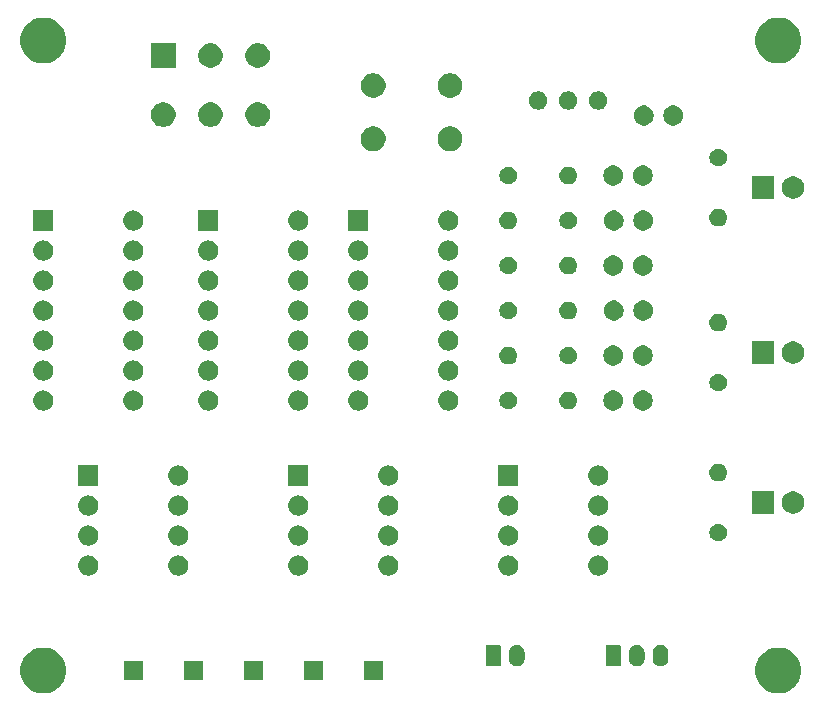
<source format=gbr>
G04 #@! TF.GenerationSoftware,KiCad,Pcbnew,(5.1.2-1)-1*
G04 #@! TF.CreationDate,2019-08-19T15:38:30+10:00*
G04 #@! TF.ProjectId,Clock,436c6f63-6b2e-46b6-9963-61645f706362,v01*
G04 #@! TF.SameCoordinates,Original*
G04 #@! TF.FileFunction,Soldermask,Top*
G04 #@! TF.FilePolarity,Negative*
%FSLAX46Y46*%
G04 Gerber Fmt 4.6, Leading zero omitted, Abs format (unit mm)*
G04 Created by KiCad (PCBNEW (5.1.2-1)-1) date 2019-08-19 15:38:30*
%MOMM*%
%LPD*%
G04 APERTURE LIST*
%ADD10C,0.100000*%
G04 APERTURE END LIST*
D10*
G36*
X179129626Y-116238783D02*
G01*
X179312831Y-116314669D01*
X179483777Y-116385477D01*
X179802503Y-116598443D01*
X180073557Y-116869497D01*
X180258961Y-117146974D01*
X180286524Y-117188225D01*
X180433217Y-117542374D01*
X180508000Y-117918334D01*
X180508000Y-118301666D01*
X180433217Y-118677626D01*
X180286524Y-119031775D01*
X180286523Y-119031777D01*
X180073557Y-119350503D01*
X179802503Y-119621557D01*
X179483777Y-119834523D01*
X179483776Y-119834524D01*
X179483775Y-119834524D01*
X179129626Y-119981217D01*
X178753666Y-120056000D01*
X178370334Y-120056000D01*
X177994374Y-119981217D01*
X177640225Y-119834524D01*
X177640224Y-119834524D01*
X177640223Y-119834523D01*
X177321497Y-119621557D01*
X177050443Y-119350503D01*
X176837477Y-119031777D01*
X176837476Y-119031775D01*
X176690783Y-118677626D01*
X176616000Y-118301666D01*
X176616000Y-117918334D01*
X176690783Y-117542374D01*
X176837476Y-117188225D01*
X176865039Y-117146974D01*
X177050443Y-116869497D01*
X177321497Y-116598443D01*
X177640223Y-116385477D01*
X177811169Y-116314669D01*
X177994374Y-116238783D01*
X178370334Y-116164000D01*
X178753666Y-116164000D01*
X179129626Y-116238783D01*
X179129626Y-116238783D01*
G37*
G36*
X116899626Y-116238783D02*
G01*
X117082831Y-116314669D01*
X117253777Y-116385477D01*
X117572503Y-116598443D01*
X117843557Y-116869497D01*
X118028961Y-117146974D01*
X118056524Y-117188225D01*
X118203217Y-117542374D01*
X118278000Y-117918334D01*
X118278000Y-118301666D01*
X118203217Y-118677626D01*
X118056524Y-119031775D01*
X118056523Y-119031777D01*
X117843557Y-119350503D01*
X117572503Y-119621557D01*
X117253777Y-119834523D01*
X117253776Y-119834524D01*
X117253775Y-119834524D01*
X116899626Y-119981217D01*
X116523666Y-120056000D01*
X116140334Y-120056000D01*
X115764374Y-119981217D01*
X115410225Y-119834524D01*
X115410224Y-119834524D01*
X115410223Y-119834523D01*
X115091497Y-119621557D01*
X114820443Y-119350503D01*
X114607477Y-119031777D01*
X114607476Y-119031775D01*
X114460783Y-118677626D01*
X114386000Y-118301666D01*
X114386000Y-117918334D01*
X114460783Y-117542374D01*
X114607476Y-117188225D01*
X114635039Y-117146974D01*
X114820443Y-116869497D01*
X115091497Y-116598443D01*
X115410223Y-116385477D01*
X115581169Y-116314669D01*
X115764374Y-116238783D01*
X116140334Y-116164000D01*
X116523666Y-116164000D01*
X116899626Y-116238783D01*
X116899626Y-116238783D01*
G37*
G36*
X134913000Y-118911000D02*
G01*
X133311000Y-118911000D01*
X133311000Y-117309000D01*
X134913000Y-117309000D01*
X134913000Y-118911000D01*
X134913000Y-118911000D01*
G37*
G36*
X129833000Y-118911000D02*
G01*
X128231000Y-118911000D01*
X128231000Y-117309000D01*
X129833000Y-117309000D01*
X129833000Y-118911000D01*
X129833000Y-118911000D01*
G37*
G36*
X124753000Y-118911000D02*
G01*
X123151000Y-118911000D01*
X123151000Y-117309000D01*
X124753000Y-117309000D01*
X124753000Y-118911000D01*
X124753000Y-118911000D01*
G37*
G36*
X145073000Y-118911000D02*
G01*
X143471000Y-118911000D01*
X143471000Y-117309000D01*
X145073000Y-117309000D01*
X145073000Y-118911000D01*
X145073000Y-118911000D01*
G37*
G36*
X139993000Y-118911000D02*
G01*
X138391000Y-118911000D01*
X138391000Y-117309000D01*
X139993000Y-117309000D01*
X139993000Y-118911000D01*
X139993000Y-118911000D01*
G37*
G36*
X156559617Y-115923420D02*
G01*
X156640399Y-115947925D01*
X156682335Y-115960646D01*
X156795424Y-116021094D01*
X156894554Y-116102447D01*
X156975906Y-116201575D01*
X157036354Y-116314664D01*
X157046040Y-116346596D01*
X157073580Y-116437382D01*
X157083000Y-116533027D01*
X157083000Y-117146973D01*
X157073580Y-117242618D01*
X157053443Y-117309000D01*
X157036354Y-117365336D01*
X156975906Y-117478425D01*
X156894554Y-117577554D01*
X156795425Y-117658906D01*
X156682336Y-117719354D01*
X156650404Y-117729040D01*
X156559618Y-117756580D01*
X156432000Y-117769149D01*
X156304383Y-117756580D01*
X156213597Y-117729040D01*
X156181665Y-117719354D01*
X156068576Y-117658906D01*
X155969447Y-117577554D01*
X155888096Y-117478427D01*
X155888095Y-117478425D01*
X155827647Y-117365336D01*
X155827645Y-117365333D01*
X155810557Y-117309000D01*
X155790420Y-117242618D01*
X155781000Y-117146973D01*
X155781000Y-116533028D01*
X155790420Y-116437383D01*
X155827645Y-116314669D01*
X155827646Y-116314665D01*
X155888094Y-116201576D01*
X155969447Y-116102446D01*
X156068575Y-116021094D01*
X156181664Y-115960646D01*
X156223600Y-115947925D01*
X156304382Y-115923420D01*
X156432000Y-115910851D01*
X156559617Y-115923420D01*
X156559617Y-115923420D01*
G37*
G36*
X166719617Y-115923420D02*
G01*
X166800399Y-115947925D01*
X166842335Y-115960646D01*
X166955424Y-116021094D01*
X167054554Y-116102447D01*
X167135906Y-116201575D01*
X167196354Y-116314664D01*
X167206040Y-116346596D01*
X167233580Y-116437382D01*
X167243000Y-116533027D01*
X167243000Y-117146973D01*
X167233580Y-117242618D01*
X167213443Y-117309000D01*
X167196354Y-117365336D01*
X167135906Y-117478425D01*
X167054554Y-117577554D01*
X166955425Y-117658906D01*
X166842336Y-117719354D01*
X166810404Y-117729040D01*
X166719618Y-117756580D01*
X166592000Y-117769149D01*
X166464383Y-117756580D01*
X166373597Y-117729040D01*
X166341665Y-117719354D01*
X166228576Y-117658906D01*
X166129447Y-117577554D01*
X166048096Y-117478427D01*
X166048095Y-117478425D01*
X165987647Y-117365336D01*
X165987645Y-117365333D01*
X165970557Y-117309000D01*
X165950420Y-117242618D01*
X165941000Y-117146973D01*
X165941000Y-116533028D01*
X165950420Y-116437383D01*
X165987645Y-116314669D01*
X165987646Y-116314665D01*
X166048094Y-116201576D01*
X166129447Y-116102446D01*
X166228575Y-116021094D01*
X166341664Y-115960646D01*
X166383600Y-115947925D01*
X166464382Y-115923420D01*
X166592000Y-115910851D01*
X166719617Y-115923420D01*
X166719617Y-115923420D01*
G37*
G36*
X168719617Y-115923420D02*
G01*
X168800399Y-115947925D01*
X168842335Y-115960646D01*
X168955424Y-116021094D01*
X169054554Y-116102447D01*
X169135906Y-116201575D01*
X169196354Y-116314664D01*
X169206040Y-116346596D01*
X169233580Y-116437382D01*
X169243000Y-116533027D01*
X169243000Y-117146973D01*
X169233580Y-117242618D01*
X169213443Y-117309000D01*
X169196354Y-117365336D01*
X169135906Y-117478425D01*
X169054554Y-117577554D01*
X168955425Y-117658906D01*
X168842336Y-117719354D01*
X168810404Y-117729040D01*
X168719618Y-117756580D01*
X168592000Y-117769149D01*
X168464383Y-117756580D01*
X168373597Y-117729040D01*
X168341665Y-117719354D01*
X168228576Y-117658906D01*
X168129447Y-117577554D01*
X168048096Y-117478427D01*
X168048095Y-117478425D01*
X167987647Y-117365336D01*
X167987645Y-117365333D01*
X167970557Y-117309000D01*
X167950420Y-117242618D01*
X167941000Y-117146973D01*
X167941000Y-116533028D01*
X167950420Y-116437383D01*
X167987645Y-116314669D01*
X167987646Y-116314665D01*
X168048094Y-116201576D01*
X168129447Y-116102446D01*
X168228575Y-116021094D01*
X168341664Y-115960646D01*
X168383600Y-115947925D01*
X168464382Y-115923420D01*
X168592000Y-115910851D01*
X168719617Y-115923420D01*
X168719617Y-115923420D01*
G37*
G36*
X154923242Y-115918404D02*
G01*
X154960337Y-115929657D01*
X154994515Y-115947925D01*
X155024481Y-115972519D01*
X155049075Y-116002485D01*
X155067343Y-116036663D01*
X155078596Y-116073758D01*
X155083000Y-116118474D01*
X155083000Y-117561526D01*
X155078596Y-117606242D01*
X155067343Y-117643337D01*
X155049075Y-117677515D01*
X155024481Y-117707481D01*
X154994515Y-117732075D01*
X154960337Y-117750343D01*
X154923242Y-117761596D01*
X154878526Y-117766000D01*
X153985474Y-117766000D01*
X153940758Y-117761596D01*
X153903663Y-117750343D01*
X153869485Y-117732075D01*
X153839519Y-117707481D01*
X153814925Y-117677515D01*
X153796657Y-117643337D01*
X153785404Y-117606242D01*
X153781000Y-117561526D01*
X153781000Y-116118474D01*
X153785404Y-116073758D01*
X153796657Y-116036663D01*
X153814925Y-116002485D01*
X153839519Y-115972519D01*
X153869485Y-115947925D01*
X153903663Y-115929657D01*
X153940758Y-115918404D01*
X153985474Y-115914000D01*
X154878526Y-115914000D01*
X154923242Y-115918404D01*
X154923242Y-115918404D01*
G37*
G36*
X165083242Y-115918404D02*
G01*
X165120337Y-115929657D01*
X165154515Y-115947925D01*
X165184481Y-115972519D01*
X165209075Y-116002485D01*
X165227343Y-116036663D01*
X165238596Y-116073758D01*
X165243000Y-116118474D01*
X165243000Y-117561526D01*
X165238596Y-117606242D01*
X165227343Y-117643337D01*
X165209075Y-117677515D01*
X165184481Y-117707481D01*
X165154515Y-117732075D01*
X165120337Y-117750343D01*
X165083242Y-117761596D01*
X165038526Y-117766000D01*
X164145474Y-117766000D01*
X164100758Y-117761596D01*
X164063663Y-117750343D01*
X164029485Y-117732075D01*
X163999519Y-117707481D01*
X163974925Y-117677515D01*
X163956657Y-117643337D01*
X163945404Y-117606242D01*
X163941000Y-117561526D01*
X163941000Y-116118474D01*
X163945404Y-116073758D01*
X163956657Y-116036663D01*
X163974925Y-116002485D01*
X163999519Y-115972519D01*
X164029485Y-115947925D01*
X164063663Y-115929657D01*
X164100758Y-115918404D01*
X164145474Y-115914000D01*
X165038526Y-115914000D01*
X165083242Y-115918404D01*
X165083242Y-115918404D01*
G37*
G36*
X145708823Y-108381313D02*
G01*
X145869242Y-108429976D01*
X146001906Y-108500886D01*
X146017078Y-108508996D01*
X146146659Y-108615341D01*
X146253004Y-108744922D01*
X146253005Y-108744924D01*
X146332024Y-108892758D01*
X146380687Y-109053177D01*
X146397117Y-109220000D01*
X146380687Y-109386823D01*
X146332024Y-109547242D01*
X146261114Y-109679906D01*
X146253004Y-109695078D01*
X146146659Y-109824659D01*
X146017078Y-109931004D01*
X146017076Y-109931005D01*
X145869242Y-110010024D01*
X145708823Y-110058687D01*
X145583804Y-110071000D01*
X145500196Y-110071000D01*
X145375177Y-110058687D01*
X145214758Y-110010024D01*
X145066924Y-109931005D01*
X145066922Y-109931004D01*
X144937341Y-109824659D01*
X144830996Y-109695078D01*
X144822886Y-109679906D01*
X144751976Y-109547242D01*
X144703313Y-109386823D01*
X144686883Y-109220000D01*
X144703313Y-109053177D01*
X144751976Y-108892758D01*
X144830995Y-108744924D01*
X144830996Y-108744922D01*
X144937341Y-108615341D01*
X145066922Y-108508996D01*
X145082094Y-108500886D01*
X145214758Y-108429976D01*
X145375177Y-108381313D01*
X145500196Y-108369000D01*
X145583804Y-108369000D01*
X145708823Y-108381313D01*
X145708823Y-108381313D01*
G37*
G36*
X138088823Y-108381313D02*
G01*
X138249242Y-108429976D01*
X138381906Y-108500886D01*
X138397078Y-108508996D01*
X138526659Y-108615341D01*
X138633004Y-108744922D01*
X138633005Y-108744924D01*
X138712024Y-108892758D01*
X138760687Y-109053177D01*
X138777117Y-109220000D01*
X138760687Y-109386823D01*
X138712024Y-109547242D01*
X138641114Y-109679906D01*
X138633004Y-109695078D01*
X138526659Y-109824659D01*
X138397078Y-109931004D01*
X138397076Y-109931005D01*
X138249242Y-110010024D01*
X138088823Y-110058687D01*
X137963804Y-110071000D01*
X137880196Y-110071000D01*
X137755177Y-110058687D01*
X137594758Y-110010024D01*
X137446924Y-109931005D01*
X137446922Y-109931004D01*
X137317341Y-109824659D01*
X137210996Y-109695078D01*
X137202886Y-109679906D01*
X137131976Y-109547242D01*
X137083313Y-109386823D01*
X137066883Y-109220000D01*
X137083313Y-109053177D01*
X137131976Y-108892758D01*
X137210995Y-108744924D01*
X137210996Y-108744922D01*
X137317341Y-108615341D01*
X137446922Y-108508996D01*
X137462094Y-108500886D01*
X137594758Y-108429976D01*
X137755177Y-108381313D01*
X137880196Y-108369000D01*
X137963804Y-108369000D01*
X138088823Y-108381313D01*
X138088823Y-108381313D01*
G37*
G36*
X127928823Y-108381313D02*
G01*
X128089242Y-108429976D01*
X128221906Y-108500886D01*
X128237078Y-108508996D01*
X128366659Y-108615341D01*
X128473004Y-108744922D01*
X128473005Y-108744924D01*
X128552024Y-108892758D01*
X128600687Y-109053177D01*
X128617117Y-109220000D01*
X128600687Y-109386823D01*
X128552024Y-109547242D01*
X128481114Y-109679906D01*
X128473004Y-109695078D01*
X128366659Y-109824659D01*
X128237078Y-109931004D01*
X128237076Y-109931005D01*
X128089242Y-110010024D01*
X127928823Y-110058687D01*
X127803804Y-110071000D01*
X127720196Y-110071000D01*
X127595177Y-110058687D01*
X127434758Y-110010024D01*
X127286924Y-109931005D01*
X127286922Y-109931004D01*
X127157341Y-109824659D01*
X127050996Y-109695078D01*
X127042886Y-109679906D01*
X126971976Y-109547242D01*
X126923313Y-109386823D01*
X126906883Y-109220000D01*
X126923313Y-109053177D01*
X126971976Y-108892758D01*
X127050995Y-108744924D01*
X127050996Y-108744922D01*
X127157341Y-108615341D01*
X127286922Y-108508996D01*
X127302094Y-108500886D01*
X127434758Y-108429976D01*
X127595177Y-108381313D01*
X127720196Y-108369000D01*
X127803804Y-108369000D01*
X127928823Y-108381313D01*
X127928823Y-108381313D01*
G37*
G36*
X120308823Y-108381313D02*
G01*
X120469242Y-108429976D01*
X120601906Y-108500886D01*
X120617078Y-108508996D01*
X120746659Y-108615341D01*
X120853004Y-108744922D01*
X120853005Y-108744924D01*
X120932024Y-108892758D01*
X120980687Y-109053177D01*
X120997117Y-109220000D01*
X120980687Y-109386823D01*
X120932024Y-109547242D01*
X120861114Y-109679906D01*
X120853004Y-109695078D01*
X120746659Y-109824659D01*
X120617078Y-109931004D01*
X120617076Y-109931005D01*
X120469242Y-110010024D01*
X120308823Y-110058687D01*
X120183804Y-110071000D01*
X120100196Y-110071000D01*
X119975177Y-110058687D01*
X119814758Y-110010024D01*
X119666924Y-109931005D01*
X119666922Y-109931004D01*
X119537341Y-109824659D01*
X119430996Y-109695078D01*
X119422886Y-109679906D01*
X119351976Y-109547242D01*
X119303313Y-109386823D01*
X119286883Y-109220000D01*
X119303313Y-109053177D01*
X119351976Y-108892758D01*
X119430995Y-108744924D01*
X119430996Y-108744922D01*
X119537341Y-108615341D01*
X119666922Y-108508996D01*
X119682094Y-108500886D01*
X119814758Y-108429976D01*
X119975177Y-108381313D01*
X120100196Y-108369000D01*
X120183804Y-108369000D01*
X120308823Y-108381313D01*
X120308823Y-108381313D01*
G37*
G36*
X163488823Y-108381313D02*
G01*
X163649242Y-108429976D01*
X163781906Y-108500886D01*
X163797078Y-108508996D01*
X163926659Y-108615341D01*
X164033004Y-108744922D01*
X164033005Y-108744924D01*
X164112024Y-108892758D01*
X164160687Y-109053177D01*
X164177117Y-109220000D01*
X164160687Y-109386823D01*
X164112024Y-109547242D01*
X164041114Y-109679906D01*
X164033004Y-109695078D01*
X163926659Y-109824659D01*
X163797078Y-109931004D01*
X163797076Y-109931005D01*
X163649242Y-110010024D01*
X163488823Y-110058687D01*
X163363804Y-110071000D01*
X163280196Y-110071000D01*
X163155177Y-110058687D01*
X162994758Y-110010024D01*
X162846924Y-109931005D01*
X162846922Y-109931004D01*
X162717341Y-109824659D01*
X162610996Y-109695078D01*
X162602886Y-109679906D01*
X162531976Y-109547242D01*
X162483313Y-109386823D01*
X162466883Y-109220000D01*
X162483313Y-109053177D01*
X162531976Y-108892758D01*
X162610995Y-108744924D01*
X162610996Y-108744922D01*
X162717341Y-108615341D01*
X162846922Y-108508996D01*
X162862094Y-108500886D01*
X162994758Y-108429976D01*
X163155177Y-108381313D01*
X163280196Y-108369000D01*
X163363804Y-108369000D01*
X163488823Y-108381313D01*
X163488823Y-108381313D01*
G37*
G36*
X155868823Y-108381313D02*
G01*
X156029242Y-108429976D01*
X156161906Y-108500886D01*
X156177078Y-108508996D01*
X156306659Y-108615341D01*
X156413004Y-108744922D01*
X156413005Y-108744924D01*
X156492024Y-108892758D01*
X156540687Y-109053177D01*
X156557117Y-109220000D01*
X156540687Y-109386823D01*
X156492024Y-109547242D01*
X156421114Y-109679906D01*
X156413004Y-109695078D01*
X156306659Y-109824659D01*
X156177078Y-109931004D01*
X156177076Y-109931005D01*
X156029242Y-110010024D01*
X155868823Y-110058687D01*
X155743804Y-110071000D01*
X155660196Y-110071000D01*
X155535177Y-110058687D01*
X155374758Y-110010024D01*
X155226924Y-109931005D01*
X155226922Y-109931004D01*
X155097341Y-109824659D01*
X154990996Y-109695078D01*
X154982886Y-109679906D01*
X154911976Y-109547242D01*
X154863313Y-109386823D01*
X154846883Y-109220000D01*
X154863313Y-109053177D01*
X154911976Y-108892758D01*
X154990995Y-108744924D01*
X154990996Y-108744922D01*
X155097341Y-108615341D01*
X155226922Y-108508996D01*
X155242094Y-108500886D01*
X155374758Y-108429976D01*
X155535177Y-108381313D01*
X155660196Y-108369000D01*
X155743804Y-108369000D01*
X155868823Y-108381313D01*
X155868823Y-108381313D01*
G37*
G36*
X120308823Y-105841313D02*
G01*
X120469242Y-105889976D01*
X120576422Y-105947265D01*
X120617078Y-105968996D01*
X120746659Y-106075341D01*
X120853004Y-106204922D01*
X120853005Y-106204924D01*
X120932024Y-106352758D01*
X120980687Y-106513177D01*
X120997117Y-106680000D01*
X120980687Y-106846823D01*
X120932024Y-107007242D01*
X120861114Y-107139906D01*
X120853004Y-107155078D01*
X120746659Y-107284659D01*
X120617078Y-107391004D01*
X120617076Y-107391005D01*
X120469242Y-107470024D01*
X120308823Y-107518687D01*
X120183804Y-107531000D01*
X120100196Y-107531000D01*
X119975177Y-107518687D01*
X119814758Y-107470024D01*
X119666924Y-107391005D01*
X119666922Y-107391004D01*
X119537341Y-107284659D01*
X119430996Y-107155078D01*
X119422886Y-107139906D01*
X119351976Y-107007242D01*
X119303313Y-106846823D01*
X119286883Y-106680000D01*
X119303313Y-106513177D01*
X119351976Y-106352758D01*
X119430995Y-106204924D01*
X119430996Y-106204922D01*
X119537341Y-106075341D01*
X119666922Y-105968996D01*
X119707578Y-105947265D01*
X119814758Y-105889976D01*
X119975177Y-105841313D01*
X120100196Y-105829000D01*
X120183804Y-105829000D01*
X120308823Y-105841313D01*
X120308823Y-105841313D01*
G37*
G36*
X127928823Y-105841313D02*
G01*
X128089242Y-105889976D01*
X128196422Y-105947265D01*
X128237078Y-105968996D01*
X128366659Y-106075341D01*
X128473004Y-106204922D01*
X128473005Y-106204924D01*
X128552024Y-106352758D01*
X128600687Y-106513177D01*
X128617117Y-106680000D01*
X128600687Y-106846823D01*
X128552024Y-107007242D01*
X128481114Y-107139906D01*
X128473004Y-107155078D01*
X128366659Y-107284659D01*
X128237078Y-107391004D01*
X128237076Y-107391005D01*
X128089242Y-107470024D01*
X127928823Y-107518687D01*
X127803804Y-107531000D01*
X127720196Y-107531000D01*
X127595177Y-107518687D01*
X127434758Y-107470024D01*
X127286924Y-107391005D01*
X127286922Y-107391004D01*
X127157341Y-107284659D01*
X127050996Y-107155078D01*
X127042886Y-107139906D01*
X126971976Y-107007242D01*
X126923313Y-106846823D01*
X126906883Y-106680000D01*
X126923313Y-106513177D01*
X126971976Y-106352758D01*
X127050995Y-106204924D01*
X127050996Y-106204922D01*
X127157341Y-106075341D01*
X127286922Y-105968996D01*
X127327578Y-105947265D01*
X127434758Y-105889976D01*
X127595177Y-105841313D01*
X127720196Y-105829000D01*
X127803804Y-105829000D01*
X127928823Y-105841313D01*
X127928823Y-105841313D01*
G37*
G36*
X138088823Y-105841313D02*
G01*
X138249242Y-105889976D01*
X138356422Y-105947265D01*
X138397078Y-105968996D01*
X138526659Y-106075341D01*
X138633004Y-106204922D01*
X138633005Y-106204924D01*
X138712024Y-106352758D01*
X138760687Y-106513177D01*
X138777117Y-106680000D01*
X138760687Y-106846823D01*
X138712024Y-107007242D01*
X138641114Y-107139906D01*
X138633004Y-107155078D01*
X138526659Y-107284659D01*
X138397078Y-107391004D01*
X138397076Y-107391005D01*
X138249242Y-107470024D01*
X138088823Y-107518687D01*
X137963804Y-107531000D01*
X137880196Y-107531000D01*
X137755177Y-107518687D01*
X137594758Y-107470024D01*
X137446924Y-107391005D01*
X137446922Y-107391004D01*
X137317341Y-107284659D01*
X137210996Y-107155078D01*
X137202886Y-107139906D01*
X137131976Y-107007242D01*
X137083313Y-106846823D01*
X137066883Y-106680000D01*
X137083313Y-106513177D01*
X137131976Y-106352758D01*
X137210995Y-106204924D01*
X137210996Y-106204922D01*
X137317341Y-106075341D01*
X137446922Y-105968996D01*
X137487578Y-105947265D01*
X137594758Y-105889976D01*
X137755177Y-105841313D01*
X137880196Y-105829000D01*
X137963804Y-105829000D01*
X138088823Y-105841313D01*
X138088823Y-105841313D01*
G37*
G36*
X145708823Y-105841313D02*
G01*
X145869242Y-105889976D01*
X145976422Y-105947265D01*
X146017078Y-105968996D01*
X146146659Y-106075341D01*
X146253004Y-106204922D01*
X146253005Y-106204924D01*
X146332024Y-106352758D01*
X146380687Y-106513177D01*
X146397117Y-106680000D01*
X146380687Y-106846823D01*
X146332024Y-107007242D01*
X146261114Y-107139906D01*
X146253004Y-107155078D01*
X146146659Y-107284659D01*
X146017078Y-107391004D01*
X146017076Y-107391005D01*
X145869242Y-107470024D01*
X145708823Y-107518687D01*
X145583804Y-107531000D01*
X145500196Y-107531000D01*
X145375177Y-107518687D01*
X145214758Y-107470024D01*
X145066924Y-107391005D01*
X145066922Y-107391004D01*
X144937341Y-107284659D01*
X144830996Y-107155078D01*
X144822886Y-107139906D01*
X144751976Y-107007242D01*
X144703313Y-106846823D01*
X144686883Y-106680000D01*
X144703313Y-106513177D01*
X144751976Y-106352758D01*
X144830995Y-106204924D01*
X144830996Y-106204922D01*
X144937341Y-106075341D01*
X145066922Y-105968996D01*
X145107578Y-105947265D01*
X145214758Y-105889976D01*
X145375177Y-105841313D01*
X145500196Y-105829000D01*
X145583804Y-105829000D01*
X145708823Y-105841313D01*
X145708823Y-105841313D01*
G37*
G36*
X155868823Y-105841313D02*
G01*
X156029242Y-105889976D01*
X156136422Y-105947265D01*
X156177078Y-105968996D01*
X156306659Y-106075341D01*
X156413004Y-106204922D01*
X156413005Y-106204924D01*
X156492024Y-106352758D01*
X156540687Y-106513177D01*
X156557117Y-106680000D01*
X156540687Y-106846823D01*
X156492024Y-107007242D01*
X156421114Y-107139906D01*
X156413004Y-107155078D01*
X156306659Y-107284659D01*
X156177078Y-107391004D01*
X156177076Y-107391005D01*
X156029242Y-107470024D01*
X155868823Y-107518687D01*
X155743804Y-107531000D01*
X155660196Y-107531000D01*
X155535177Y-107518687D01*
X155374758Y-107470024D01*
X155226924Y-107391005D01*
X155226922Y-107391004D01*
X155097341Y-107284659D01*
X154990996Y-107155078D01*
X154982886Y-107139906D01*
X154911976Y-107007242D01*
X154863313Y-106846823D01*
X154846883Y-106680000D01*
X154863313Y-106513177D01*
X154911976Y-106352758D01*
X154990995Y-106204924D01*
X154990996Y-106204922D01*
X155097341Y-106075341D01*
X155226922Y-105968996D01*
X155267578Y-105947265D01*
X155374758Y-105889976D01*
X155535177Y-105841313D01*
X155660196Y-105829000D01*
X155743804Y-105829000D01*
X155868823Y-105841313D01*
X155868823Y-105841313D01*
G37*
G36*
X163488823Y-105841313D02*
G01*
X163649242Y-105889976D01*
X163756422Y-105947265D01*
X163797078Y-105968996D01*
X163926659Y-106075341D01*
X164033004Y-106204922D01*
X164033005Y-106204924D01*
X164112024Y-106352758D01*
X164160687Y-106513177D01*
X164177117Y-106680000D01*
X164160687Y-106846823D01*
X164112024Y-107007242D01*
X164041114Y-107139906D01*
X164033004Y-107155078D01*
X163926659Y-107284659D01*
X163797078Y-107391004D01*
X163797076Y-107391005D01*
X163649242Y-107470024D01*
X163488823Y-107518687D01*
X163363804Y-107531000D01*
X163280196Y-107531000D01*
X163155177Y-107518687D01*
X162994758Y-107470024D01*
X162846924Y-107391005D01*
X162846922Y-107391004D01*
X162717341Y-107284659D01*
X162610996Y-107155078D01*
X162602886Y-107139906D01*
X162531976Y-107007242D01*
X162483313Y-106846823D01*
X162466883Y-106680000D01*
X162483313Y-106513177D01*
X162531976Y-106352758D01*
X162610995Y-106204924D01*
X162610996Y-106204922D01*
X162717341Y-106075341D01*
X162846922Y-105968996D01*
X162887578Y-105947265D01*
X162994758Y-105889976D01*
X163155177Y-105841313D01*
X163280196Y-105829000D01*
X163363804Y-105829000D01*
X163488823Y-105841313D01*
X163488823Y-105841313D01*
G37*
G36*
X173701059Y-105703860D02*
G01*
X173837732Y-105760472D01*
X173960735Y-105842660D01*
X174065340Y-105947265D01*
X174079860Y-105968996D01*
X174147529Y-106070270D01*
X174204140Y-106206941D01*
X174233000Y-106352032D01*
X174233000Y-106499968D01*
X174204140Y-106645059D01*
X174147528Y-106781732D01*
X174065340Y-106904735D01*
X173960735Y-107009340D01*
X173837732Y-107091528D01*
X173837731Y-107091529D01*
X173837730Y-107091529D01*
X173701059Y-107148140D01*
X173555968Y-107177000D01*
X173408032Y-107177000D01*
X173262941Y-107148140D01*
X173126270Y-107091529D01*
X173126269Y-107091529D01*
X173126268Y-107091528D01*
X173003265Y-107009340D01*
X172898660Y-106904735D01*
X172816472Y-106781732D01*
X172759860Y-106645059D01*
X172731000Y-106499968D01*
X172731000Y-106352032D01*
X172759860Y-106206941D01*
X172816471Y-106070270D01*
X172884140Y-105968996D01*
X172898660Y-105947265D01*
X173003265Y-105842660D01*
X173126268Y-105760472D01*
X173262941Y-105703860D01*
X173408032Y-105675000D01*
X173555968Y-105675000D01*
X173701059Y-105703860D01*
X173701059Y-105703860D01*
G37*
G36*
X127928823Y-103301313D02*
G01*
X128089242Y-103349976D01*
X128221906Y-103420886D01*
X128237078Y-103428996D01*
X128366659Y-103535341D01*
X128473004Y-103664922D01*
X128473005Y-103664924D01*
X128552024Y-103812758D01*
X128600687Y-103973177D01*
X128617117Y-104140000D01*
X128600687Y-104306823D01*
X128552024Y-104467242D01*
X128538670Y-104492225D01*
X128473004Y-104615078D01*
X128366659Y-104744659D01*
X128237078Y-104851004D01*
X128237076Y-104851005D01*
X128089242Y-104930024D01*
X127928823Y-104978687D01*
X127803804Y-104991000D01*
X127720196Y-104991000D01*
X127595177Y-104978687D01*
X127434758Y-104930024D01*
X127286924Y-104851005D01*
X127286922Y-104851004D01*
X127157341Y-104744659D01*
X127050996Y-104615078D01*
X126985330Y-104492225D01*
X126971976Y-104467242D01*
X126923313Y-104306823D01*
X126906883Y-104140000D01*
X126923313Y-103973177D01*
X126971976Y-103812758D01*
X127050995Y-103664924D01*
X127050996Y-103664922D01*
X127157341Y-103535341D01*
X127286922Y-103428996D01*
X127302094Y-103420886D01*
X127434758Y-103349976D01*
X127595177Y-103301313D01*
X127720196Y-103289000D01*
X127803804Y-103289000D01*
X127928823Y-103301313D01*
X127928823Y-103301313D01*
G37*
G36*
X120308823Y-103301313D02*
G01*
X120469242Y-103349976D01*
X120601906Y-103420886D01*
X120617078Y-103428996D01*
X120746659Y-103535341D01*
X120853004Y-103664922D01*
X120853005Y-103664924D01*
X120932024Y-103812758D01*
X120980687Y-103973177D01*
X120997117Y-104140000D01*
X120980687Y-104306823D01*
X120932024Y-104467242D01*
X120918670Y-104492225D01*
X120853004Y-104615078D01*
X120746659Y-104744659D01*
X120617078Y-104851004D01*
X120617076Y-104851005D01*
X120469242Y-104930024D01*
X120308823Y-104978687D01*
X120183804Y-104991000D01*
X120100196Y-104991000D01*
X119975177Y-104978687D01*
X119814758Y-104930024D01*
X119666924Y-104851005D01*
X119666922Y-104851004D01*
X119537341Y-104744659D01*
X119430996Y-104615078D01*
X119365330Y-104492225D01*
X119351976Y-104467242D01*
X119303313Y-104306823D01*
X119286883Y-104140000D01*
X119303313Y-103973177D01*
X119351976Y-103812758D01*
X119430995Y-103664924D01*
X119430996Y-103664922D01*
X119537341Y-103535341D01*
X119666922Y-103428996D01*
X119682094Y-103420886D01*
X119814758Y-103349976D01*
X119975177Y-103301313D01*
X120100196Y-103289000D01*
X120183804Y-103289000D01*
X120308823Y-103301313D01*
X120308823Y-103301313D01*
G37*
G36*
X138088823Y-103301313D02*
G01*
X138249242Y-103349976D01*
X138381906Y-103420886D01*
X138397078Y-103428996D01*
X138526659Y-103535341D01*
X138633004Y-103664922D01*
X138633005Y-103664924D01*
X138712024Y-103812758D01*
X138760687Y-103973177D01*
X138777117Y-104140000D01*
X138760687Y-104306823D01*
X138712024Y-104467242D01*
X138698670Y-104492225D01*
X138633004Y-104615078D01*
X138526659Y-104744659D01*
X138397078Y-104851004D01*
X138397076Y-104851005D01*
X138249242Y-104930024D01*
X138088823Y-104978687D01*
X137963804Y-104991000D01*
X137880196Y-104991000D01*
X137755177Y-104978687D01*
X137594758Y-104930024D01*
X137446924Y-104851005D01*
X137446922Y-104851004D01*
X137317341Y-104744659D01*
X137210996Y-104615078D01*
X137145330Y-104492225D01*
X137131976Y-104467242D01*
X137083313Y-104306823D01*
X137066883Y-104140000D01*
X137083313Y-103973177D01*
X137131976Y-103812758D01*
X137210995Y-103664924D01*
X137210996Y-103664922D01*
X137317341Y-103535341D01*
X137446922Y-103428996D01*
X137462094Y-103420886D01*
X137594758Y-103349976D01*
X137755177Y-103301313D01*
X137880196Y-103289000D01*
X137963804Y-103289000D01*
X138088823Y-103301313D01*
X138088823Y-103301313D01*
G37*
G36*
X163488823Y-103301313D02*
G01*
X163649242Y-103349976D01*
X163781906Y-103420886D01*
X163797078Y-103428996D01*
X163926659Y-103535341D01*
X164033004Y-103664922D01*
X164033005Y-103664924D01*
X164112024Y-103812758D01*
X164160687Y-103973177D01*
X164177117Y-104140000D01*
X164160687Y-104306823D01*
X164112024Y-104467242D01*
X164098670Y-104492225D01*
X164033004Y-104615078D01*
X163926659Y-104744659D01*
X163797078Y-104851004D01*
X163797076Y-104851005D01*
X163649242Y-104930024D01*
X163488823Y-104978687D01*
X163363804Y-104991000D01*
X163280196Y-104991000D01*
X163155177Y-104978687D01*
X162994758Y-104930024D01*
X162846924Y-104851005D01*
X162846922Y-104851004D01*
X162717341Y-104744659D01*
X162610996Y-104615078D01*
X162545330Y-104492225D01*
X162531976Y-104467242D01*
X162483313Y-104306823D01*
X162466883Y-104140000D01*
X162483313Y-103973177D01*
X162531976Y-103812758D01*
X162610995Y-103664924D01*
X162610996Y-103664922D01*
X162717341Y-103535341D01*
X162846922Y-103428996D01*
X162862094Y-103420886D01*
X162994758Y-103349976D01*
X163155177Y-103301313D01*
X163280196Y-103289000D01*
X163363804Y-103289000D01*
X163488823Y-103301313D01*
X163488823Y-103301313D01*
G37*
G36*
X155868823Y-103301313D02*
G01*
X156029242Y-103349976D01*
X156161906Y-103420886D01*
X156177078Y-103428996D01*
X156306659Y-103535341D01*
X156413004Y-103664922D01*
X156413005Y-103664924D01*
X156492024Y-103812758D01*
X156540687Y-103973177D01*
X156557117Y-104140000D01*
X156540687Y-104306823D01*
X156492024Y-104467242D01*
X156478670Y-104492225D01*
X156413004Y-104615078D01*
X156306659Y-104744659D01*
X156177078Y-104851004D01*
X156177076Y-104851005D01*
X156029242Y-104930024D01*
X155868823Y-104978687D01*
X155743804Y-104991000D01*
X155660196Y-104991000D01*
X155535177Y-104978687D01*
X155374758Y-104930024D01*
X155226924Y-104851005D01*
X155226922Y-104851004D01*
X155097341Y-104744659D01*
X154990996Y-104615078D01*
X154925330Y-104492225D01*
X154911976Y-104467242D01*
X154863313Y-104306823D01*
X154846883Y-104140000D01*
X154863313Y-103973177D01*
X154911976Y-103812758D01*
X154990995Y-103664924D01*
X154990996Y-103664922D01*
X155097341Y-103535341D01*
X155226922Y-103428996D01*
X155242094Y-103420886D01*
X155374758Y-103349976D01*
X155535177Y-103301313D01*
X155660196Y-103289000D01*
X155743804Y-103289000D01*
X155868823Y-103301313D01*
X155868823Y-103301313D01*
G37*
G36*
X145708823Y-103301313D02*
G01*
X145869242Y-103349976D01*
X146001906Y-103420886D01*
X146017078Y-103428996D01*
X146146659Y-103535341D01*
X146253004Y-103664922D01*
X146253005Y-103664924D01*
X146332024Y-103812758D01*
X146380687Y-103973177D01*
X146397117Y-104140000D01*
X146380687Y-104306823D01*
X146332024Y-104467242D01*
X146318670Y-104492225D01*
X146253004Y-104615078D01*
X146146659Y-104744659D01*
X146017078Y-104851004D01*
X146017076Y-104851005D01*
X145869242Y-104930024D01*
X145708823Y-104978687D01*
X145583804Y-104991000D01*
X145500196Y-104991000D01*
X145375177Y-104978687D01*
X145214758Y-104930024D01*
X145066924Y-104851005D01*
X145066922Y-104851004D01*
X144937341Y-104744659D01*
X144830996Y-104615078D01*
X144765330Y-104492225D01*
X144751976Y-104467242D01*
X144703313Y-104306823D01*
X144686883Y-104140000D01*
X144703313Y-103973177D01*
X144751976Y-103812758D01*
X144830995Y-103664924D01*
X144830996Y-103664922D01*
X144937341Y-103535341D01*
X145066922Y-103428996D01*
X145082094Y-103420886D01*
X145214758Y-103349976D01*
X145375177Y-103301313D01*
X145500196Y-103289000D01*
X145583804Y-103289000D01*
X145708823Y-103301313D01*
X145708823Y-103301313D01*
G37*
G36*
X178243000Y-104837000D02*
G01*
X176341000Y-104837000D01*
X176341000Y-102935000D01*
X178243000Y-102935000D01*
X178243000Y-104837000D01*
X178243000Y-104837000D01*
G37*
G36*
X180109395Y-102971546D02*
G01*
X180282466Y-103043234D01*
X180282467Y-103043235D01*
X180438227Y-103147310D01*
X180570690Y-103279773D01*
X180570691Y-103279775D01*
X180674766Y-103435534D01*
X180746454Y-103608605D01*
X180783000Y-103792333D01*
X180783000Y-103979667D01*
X180746454Y-104163395D01*
X180674766Y-104336466D01*
X180674765Y-104336467D01*
X180570690Y-104492227D01*
X180438227Y-104624690D01*
X180359818Y-104677081D01*
X180282466Y-104728766D01*
X180109395Y-104800454D01*
X179925667Y-104837000D01*
X179738333Y-104837000D01*
X179554605Y-104800454D01*
X179381534Y-104728766D01*
X179304182Y-104677081D01*
X179225773Y-104624690D01*
X179093310Y-104492227D01*
X178989235Y-104336467D01*
X178989234Y-104336466D01*
X178917546Y-104163395D01*
X178881000Y-103979667D01*
X178881000Y-103792333D01*
X178917546Y-103608605D01*
X178989234Y-103435534D01*
X179093309Y-103279775D01*
X179093310Y-103279773D01*
X179225773Y-103147310D01*
X179381533Y-103043235D01*
X179381534Y-103043234D01*
X179554605Y-102971546D01*
X179738333Y-102935000D01*
X179925667Y-102935000D01*
X180109395Y-102971546D01*
X180109395Y-102971546D01*
G37*
G36*
X120993000Y-102451000D02*
G01*
X119291000Y-102451000D01*
X119291000Y-100749000D01*
X120993000Y-100749000D01*
X120993000Y-102451000D01*
X120993000Y-102451000D01*
G37*
G36*
X145708823Y-100761313D02*
G01*
X145869242Y-100809976D01*
X146001906Y-100880886D01*
X146017078Y-100888996D01*
X146146659Y-100995341D01*
X146253004Y-101124922D01*
X146253005Y-101124924D01*
X146332024Y-101272758D01*
X146380687Y-101433177D01*
X146397117Y-101600000D01*
X146380687Y-101766823D01*
X146332024Y-101927242D01*
X146270049Y-102043189D01*
X146253004Y-102075078D01*
X146146659Y-102204659D01*
X146017078Y-102311004D01*
X146017076Y-102311005D01*
X145869242Y-102390024D01*
X145708823Y-102438687D01*
X145583804Y-102451000D01*
X145500196Y-102451000D01*
X145375177Y-102438687D01*
X145214758Y-102390024D01*
X145066924Y-102311005D01*
X145066922Y-102311004D01*
X144937341Y-102204659D01*
X144830996Y-102075078D01*
X144813951Y-102043189D01*
X144751976Y-101927242D01*
X144703313Y-101766823D01*
X144686883Y-101600000D01*
X144703313Y-101433177D01*
X144751976Y-101272758D01*
X144830995Y-101124924D01*
X144830996Y-101124922D01*
X144937341Y-100995341D01*
X145066922Y-100888996D01*
X145082094Y-100880886D01*
X145214758Y-100809976D01*
X145375177Y-100761313D01*
X145500196Y-100749000D01*
X145583804Y-100749000D01*
X145708823Y-100761313D01*
X145708823Y-100761313D01*
G37*
G36*
X163488823Y-100761313D02*
G01*
X163649242Y-100809976D01*
X163781906Y-100880886D01*
X163797078Y-100888996D01*
X163926659Y-100995341D01*
X164033004Y-101124922D01*
X164033005Y-101124924D01*
X164112024Y-101272758D01*
X164160687Y-101433177D01*
X164177117Y-101600000D01*
X164160687Y-101766823D01*
X164112024Y-101927242D01*
X164050049Y-102043189D01*
X164033004Y-102075078D01*
X163926659Y-102204659D01*
X163797078Y-102311004D01*
X163797076Y-102311005D01*
X163649242Y-102390024D01*
X163488823Y-102438687D01*
X163363804Y-102451000D01*
X163280196Y-102451000D01*
X163155177Y-102438687D01*
X162994758Y-102390024D01*
X162846924Y-102311005D01*
X162846922Y-102311004D01*
X162717341Y-102204659D01*
X162610996Y-102075078D01*
X162593951Y-102043189D01*
X162531976Y-101927242D01*
X162483313Y-101766823D01*
X162466883Y-101600000D01*
X162483313Y-101433177D01*
X162531976Y-101272758D01*
X162610995Y-101124924D01*
X162610996Y-101124922D01*
X162717341Y-100995341D01*
X162846922Y-100888996D01*
X162862094Y-100880886D01*
X162994758Y-100809976D01*
X163155177Y-100761313D01*
X163280196Y-100749000D01*
X163363804Y-100749000D01*
X163488823Y-100761313D01*
X163488823Y-100761313D01*
G37*
G36*
X156553000Y-102451000D02*
G01*
X154851000Y-102451000D01*
X154851000Y-100749000D01*
X156553000Y-100749000D01*
X156553000Y-102451000D01*
X156553000Y-102451000D01*
G37*
G36*
X138773000Y-102451000D02*
G01*
X137071000Y-102451000D01*
X137071000Y-100749000D01*
X138773000Y-100749000D01*
X138773000Y-102451000D01*
X138773000Y-102451000D01*
G37*
G36*
X127928823Y-100761313D02*
G01*
X128089242Y-100809976D01*
X128221906Y-100880886D01*
X128237078Y-100888996D01*
X128366659Y-100995341D01*
X128473004Y-101124922D01*
X128473005Y-101124924D01*
X128552024Y-101272758D01*
X128600687Y-101433177D01*
X128617117Y-101600000D01*
X128600687Y-101766823D01*
X128552024Y-101927242D01*
X128490049Y-102043189D01*
X128473004Y-102075078D01*
X128366659Y-102204659D01*
X128237078Y-102311004D01*
X128237076Y-102311005D01*
X128089242Y-102390024D01*
X127928823Y-102438687D01*
X127803804Y-102451000D01*
X127720196Y-102451000D01*
X127595177Y-102438687D01*
X127434758Y-102390024D01*
X127286924Y-102311005D01*
X127286922Y-102311004D01*
X127157341Y-102204659D01*
X127050996Y-102075078D01*
X127033951Y-102043189D01*
X126971976Y-101927242D01*
X126923313Y-101766823D01*
X126906883Y-101600000D01*
X126923313Y-101433177D01*
X126971976Y-101272758D01*
X127050995Y-101124924D01*
X127050996Y-101124922D01*
X127157341Y-100995341D01*
X127286922Y-100888996D01*
X127302094Y-100880886D01*
X127434758Y-100809976D01*
X127595177Y-100761313D01*
X127720196Y-100749000D01*
X127803804Y-100749000D01*
X127928823Y-100761313D01*
X127928823Y-100761313D01*
G37*
G36*
X173555665Y-100598622D02*
G01*
X173629222Y-100605867D01*
X173770786Y-100648810D01*
X173901252Y-100718546D01*
X173931040Y-100742992D01*
X174015607Y-100812393D01*
X174078471Y-100888995D01*
X174109454Y-100926748D01*
X174179190Y-101057214D01*
X174222133Y-101198778D01*
X174236633Y-101346000D01*
X174222133Y-101493222D01*
X174179190Y-101634786D01*
X174109454Y-101765252D01*
X174085008Y-101795040D01*
X174015607Y-101879607D01*
X173931040Y-101949008D01*
X173901252Y-101973454D01*
X173770786Y-102043190D01*
X173629222Y-102086133D01*
X173555665Y-102093378D01*
X173518888Y-102097000D01*
X173445112Y-102097000D01*
X173408335Y-102093378D01*
X173334778Y-102086133D01*
X173193214Y-102043190D01*
X173062748Y-101973454D01*
X173032960Y-101949008D01*
X172948393Y-101879607D01*
X172878992Y-101795040D01*
X172854546Y-101765252D01*
X172784810Y-101634786D01*
X172741867Y-101493222D01*
X172727367Y-101346000D01*
X172741867Y-101198778D01*
X172784810Y-101057214D01*
X172854546Y-100926748D01*
X172885529Y-100888995D01*
X172948393Y-100812393D01*
X173032960Y-100742992D01*
X173062748Y-100718546D01*
X173193214Y-100648810D01*
X173334778Y-100605867D01*
X173408335Y-100598622D01*
X173445112Y-100595000D01*
X173518888Y-100595000D01*
X173555665Y-100598622D01*
X173555665Y-100598622D01*
G37*
G36*
X138088823Y-94411313D02*
G01*
X138249242Y-94459976D01*
X138342581Y-94509867D01*
X138397078Y-94538996D01*
X138526659Y-94645341D01*
X138633004Y-94774922D01*
X138633005Y-94774924D01*
X138712024Y-94922758D01*
X138760687Y-95083177D01*
X138777117Y-95250000D01*
X138760687Y-95416823D01*
X138712024Y-95577242D01*
X138641114Y-95709906D01*
X138633004Y-95725078D01*
X138526659Y-95854659D01*
X138397078Y-95961004D01*
X138397076Y-95961005D01*
X138249242Y-96040024D01*
X138088823Y-96088687D01*
X137963804Y-96101000D01*
X137880196Y-96101000D01*
X137755177Y-96088687D01*
X137594758Y-96040024D01*
X137446924Y-95961005D01*
X137446922Y-95961004D01*
X137317341Y-95854659D01*
X137210996Y-95725078D01*
X137202886Y-95709906D01*
X137131976Y-95577242D01*
X137083313Y-95416823D01*
X137066883Y-95250000D01*
X137083313Y-95083177D01*
X137131976Y-94922758D01*
X137210995Y-94774924D01*
X137210996Y-94774922D01*
X137317341Y-94645341D01*
X137446922Y-94538996D01*
X137501419Y-94509867D01*
X137594758Y-94459976D01*
X137755177Y-94411313D01*
X137880196Y-94399000D01*
X137963804Y-94399000D01*
X138088823Y-94411313D01*
X138088823Y-94411313D01*
G37*
G36*
X130468823Y-94411313D02*
G01*
X130629242Y-94459976D01*
X130722581Y-94509867D01*
X130777078Y-94538996D01*
X130906659Y-94645341D01*
X131013004Y-94774922D01*
X131013005Y-94774924D01*
X131092024Y-94922758D01*
X131140687Y-95083177D01*
X131157117Y-95250000D01*
X131140687Y-95416823D01*
X131092024Y-95577242D01*
X131021114Y-95709906D01*
X131013004Y-95725078D01*
X130906659Y-95854659D01*
X130777078Y-95961004D01*
X130777076Y-95961005D01*
X130629242Y-96040024D01*
X130468823Y-96088687D01*
X130343804Y-96101000D01*
X130260196Y-96101000D01*
X130135177Y-96088687D01*
X129974758Y-96040024D01*
X129826924Y-95961005D01*
X129826922Y-95961004D01*
X129697341Y-95854659D01*
X129590996Y-95725078D01*
X129582886Y-95709906D01*
X129511976Y-95577242D01*
X129463313Y-95416823D01*
X129446883Y-95250000D01*
X129463313Y-95083177D01*
X129511976Y-94922758D01*
X129590995Y-94774924D01*
X129590996Y-94774922D01*
X129697341Y-94645341D01*
X129826922Y-94538996D01*
X129881419Y-94509867D01*
X129974758Y-94459976D01*
X130135177Y-94411313D01*
X130260196Y-94399000D01*
X130343804Y-94399000D01*
X130468823Y-94411313D01*
X130468823Y-94411313D01*
G37*
G36*
X124118823Y-94411313D02*
G01*
X124279242Y-94459976D01*
X124372581Y-94509867D01*
X124427078Y-94538996D01*
X124556659Y-94645341D01*
X124663004Y-94774922D01*
X124663005Y-94774924D01*
X124742024Y-94922758D01*
X124790687Y-95083177D01*
X124807117Y-95250000D01*
X124790687Y-95416823D01*
X124742024Y-95577242D01*
X124671114Y-95709906D01*
X124663004Y-95725078D01*
X124556659Y-95854659D01*
X124427078Y-95961004D01*
X124427076Y-95961005D01*
X124279242Y-96040024D01*
X124118823Y-96088687D01*
X123993804Y-96101000D01*
X123910196Y-96101000D01*
X123785177Y-96088687D01*
X123624758Y-96040024D01*
X123476924Y-95961005D01*
X123476922Y-95961004D01*
X123347341Y-95854659D01*
X123240996Y-95725078D01*
X123232886Y-95709906D01*
X123161976Y-95577242D01*
X123113313Y-95416823D01*
X123096883Y-95250000D01*
X123113313Y-95083177D01*
X123161976Y-94922758D01*
X123240995Y-94774924D01*
X123240996Y-94774922D01*
X123347341Y-94645341D01*
X123476922Y-94538996D01*
X123531419Y-94509867D01*
X123624758Y-94459976D01*
X123785177Y-94411313D01*
X123910196Y-94399000D01*
X123993804Y-94399000D01*
X124118823Y-94411313D01*
X124118823Y-94411313D01*
G37*
G36*
X116498823Y-94411313D02*
G01*
X116659242Y-94459976D01*
X116752581Y-94509867D01*
X116807078Y-94538996D01*
X116936659Y-94645341D01*
X117043004Y-94774922D01*
X117043005Y-94774924D01*
X117122024Y-94922758D01*
X117170687Y-95083177D01*
X117187117Y-95250000D01*
X117170687Y-95416823D01*
X117122024Y-95577242D01*
X117051114Y-95709906D01*
X117043004Y-95725078D01*
X116936659Y-95854659D01*
X116807078Y-95961004D01*
X116807076Y-95961005D01*
X116659242Y-96040024D01*
X116498823Y-96088687D01*
X116373804Y-96101000D01*
X116290196Y-96101000D01*
X116165177Y-96088687D01*
X116004758Y-96040024D01*
X115856924Y-95961005D01*
X115856922Y-95961004D01*
X115727341Y-95854659D01*
X115620996Y-95725078D01*
X115612886Y-95709906D01*
X115541976Y-95577242D01*
X115493313Y-95416823D01*
X115476883Y-95250000D01*
X115493313Y-95083177D01*
X115541976Y-94922758D01*
X115620995Y-94774924D01*
X115620996Y-94774922D01*
X115727341Y-94645341D01*
X115856922Y-94538996D01*
X115911419Y-94509867D01*
X116004758Y-94459976D01*
X116165177Y-94411313D01*
X116290196Y-94399000D01*
X116373804Y-94399000D01*
X116498823Y-94411313D01*
X116498823Y-94411313D01*
G37*
G36*
X150788823Y-94411313D02*
G01*
X150949242Y-94459976D01*
X151042581Y-94509867D01*
X151097078Y-94538996D01*
X151226659Y-94645341D01*
X151333004Y-94774922D01*
X151333005Y-94774924D01*
X151412024Y-94922758D01*
X151460687Y-95083177D01*
X151477117Y-95250000D01*
X151460687Y-95416823D01*
X151412024Y-95577242D01*
X151341114Y-95709906D01*
X151333004Y-95725078D01*
X151226659Y-95854659D01*
X151097078Y-95961004D01*
X151097076Y-95961005D01*
X150949242Y-96040024D01*
X150788823Y-96088687D01*
X150663804Y-96101000D01*
X150580196Y-96101000D01*
X150455177Y-96088687D01*
X150294758Y-96040024D01*
X150146924Y-95961005D01*
X150146922Y-95961004D01*
X150017341Y-95854659D01*
X149910996Y-95725078D01*
X149902886Y-95709906D01*
X149831976Y-95577242D01*
X149783313Y-95416823D01*
X149766883Y-95250000D01*
X149783313Y-95083177D01*
X149831976Y-94922758D01*
X149910995Y-94774924D01*
X149910996Y-94774922D01*
X150017341Y-94645341D01*
X150146922Y-94538996D01*
X150201419Y-94509867D01*
X150294758Y-94459976D01*
X150455177Y-94411313D01*
X150580196Y-94399000D01*
X150663804Y-94399000D01*
X150788823Y-94411313D01*
X150788823Y-94411313D01*
G37*
G36*
X143168823Y-94411313D02*
G01*
X143329242Y-94459976D01*
X143422581Y-94509867D01*
X143477078Y-94538996D01*
X143606659Y-94645341D01*
X143713004Y-94774922D01*
X143713005Y-94774924D01*
X143792024Y-94922758D01*
X143840687Y-95083177D01*
X143857117Y-95250000D01*
X143840687Y-95416823D01*
X143792024Y-95577242D01*
X143721114Y-95709906D01*
X143713004Y-95725078D01*
X143606659Y-95854659D01*
X143477078Y-95961004D01*
X143477076Y-95961005D01*
X143329242Y-96040024D01*
X143168823Y-96088687D01*
X143043804Y-96101000D01*
X142960196Y-96101000D01*
X142835177Y-96088687D01*
X142674758Y-96040024D01*
X142526924Y-95961005D01*
X142526922Y-95961004D01*
X142397341Y-95854659D01*
X142290996Y-95725078D01*
X142282886Y-95709906D01*
X142211976Y-95577242D01*
X142163313Y-95416823D01*
X142146883Y-95250000D01*
X142163313Y-95083177D01*
X142211976Y-94922758D01*
X142290995Y-94774924D01*
X142290996Y-94774922D01*
X142397341Y-94645341D01*
X142526922Y-94538996D01*
X142581419Y-94509867D01*
X142674758Y-94459976D01*
X142835177Y-94411313D01*
X142960196Y-94399000D01*
X143043804Y-94399000D01*
X143168823Y-94411313D01*
X143168823Y-94411313D01*
G37*
G36*
X167340228Y-94431703D02*
G01*
X167495100Y-94495853D01*
X167634481Y-94588985D01*
X167753015Y-94707519D01*
X167846147Y-94846900D01*
X167910297Y-95001772D01*
X167943000Y-95166184D01*
X167943000Y-95333816D01*
X167910297Y-95498228D01*
X167846147Y-95653100D01*
X167753015Y-95792481D01*
X167634481Y-95911015D01*
X167495100Y-96004147D01*
X167340228Y-96068297D01*
X167175816Y-96101000D01*
X167008184Y-96101000D01*
X166843772Y-96068297D01*
X166688900Y-96004147D01*
X166549519Y-95911015D01*
X166430985Y-95792481D01*
X166337853Y-95653100D01*
X166273703Y-95498228D01*
X166241000Y-95333816D01*
X166241000Y-95166184D01*
X166273703Y-95001772D01*
X166337853Y-94846900D01*
X166430985Y-94707519D01*
X166549519Y-94588985D01*
X166688900Y-94495853D01*
X166843772Y-94431703D01*
X167008184Y-94399000D01*
X167175816Y-94399000D01*
X167340228Y-94431703D01*
X167340228Y-94431703D01*
G37*
G36*
X164840228Y-94431703D02*
G01*
X164995100Y-94495853D01*
X165134481Y-94588985D01*
X165253015Y-94707519D01*
X165346147Y-94846900D01*
X165410297Y-95001772D01*
X165443000Y-95166184D01*
X165443000Y-95333816D01*
X165410297Y-95498228D01*
X165346147Y-95653100D01*
X165253015Y-95792481D01*
X165134481Y-95911015D01*
X164995100Y-96004147D01*
X164840228Y-96068297D01*
X164675816Y-96101000D01*
X164508184Y-96101000D01*
X164343772Y-96068297D01*
X164188900Y-96004147D01*
X164049519Y-95911015D01*
X163930985Y-95792481D01*
X163837853Y-95653100D01*
X163773703Y-95498228D01*
X163741000Y-95333816D01*
X163741000Y-95166184D01*
X163773703Y-95001772D01*
X163837853Y-94846900D01*
X163930985Y-94707519D01*
X164049519Y-94588985D01*
X164188900Y-94495853D01*
X164343772Y-94431703D01*
X164508184Y-94399000D01*
X164675816Y-94399000D01*
X164840228Y-94431703D01*
X164840228Y-94431703D01*
G37*
G36*
X160855665Y-94502622D02*
G01*
X160929222Y-94509867D01*
X161070786Y-94552810D01*
X161201252Y-94622546D01*
X161229028Y-94645341D01*
X161315607Y-94716393D01*
X161385008Y-94800960D01*
X161409454Y-94830748D01*
X161479190Y-94961214D01*
X161522133Y-95102778D01*
X161536633Y-95250000D01*
X161522133Y-95397222D01*
X161479190Y-95538786D01*
X161409454Y-95669252D01*
X161385008Y-95699040D01*
X161315607Y-95783607D01*
X161255004Y-95833341D01*
X161201252Y-95877454D01*
X161070786Y-95947190D01*
X160929222Y-95990133D01*
X160855665Y-95997378D01*
X160818888Y-96001000D01*
X160745112Y-96001000D01*
X160708335Y-95997378D01*
X160634778Y-95990133D01*
X160493214Y-95947190D01*
X160362748Y-95877454D01*
X160308996Y-95833341D01*
X160248393Y-95783607D01*
X160178992Y-95699040D01*
X160154546Y-95669252D01*
X160084810Y-95538786D01*
X160041867Y-95397222D01*
X160027367Y-95250000D01*
X160041867Y-95102778D01*
X160084810Y-94961214D01*
X160154546Y-94830748D01*
X160178992Y-94800960D01*
X160248393Y-94716393D01*
X160334972Y-94645341D01*
X160362748Y-94622546D01*
X160493214Y-94552810D01*
X160634778Y-94509867D01*
X160708335Y-94502622D01*
X160745112Y-94499000D01*
X160818888Y-94499000D01*
X160855665Y-94502622D01*
X160855665Y-94502622D01*
G37*
G36*
X155921059Y-94527860D02*
G01*
X155981294Y-94552810D01*
X156057732Y-94584472D01*
X156180735Y-94666660D01*
X156285340Y-94771265D01*
X156367528Y-94894268D01*
X156424140Y-95030941D01*
X156453000Y-95176033D01*
X156453000Y-95323967D01*
X156424140Y-95469059D01*
X156367528Y-95605732D01*
X156285340Y-95728735D01*
X156180735Y-95833340D01*
X156057732Y-95915528D01*
X156057731Y-95915529D01*
X156057730Y-95915529D01*
X155921059Y-95972140D01*
X155775968Y-96001000D01*
X155628032Y-96001000D01*
X155482941Y-95972140D01*
X155346270Y-95915529D01*
X155346269Y-95915529D01*
X155346268Y-95915528D01*
X155223265Y-95833340D01*
X155118660Y-95728735D01*
X155036472Y-95605732D01*
X154979860Y-95469059D01*
X154951000Y-95323967D01*
X154951000Y-95176033D01*
X154979860Y-95030941D01*
X155036472Y-94894268D01*
X155118660Y-94771265D01*
X155223265Y-94666660D01*
X155346268Y-94584472D01*
X155422707Y-94552810D01*
X155482941Y-94527860D01*
X155628032Y-94499000D01*
X155775968Y-94499000D01*
X155921059Y-94527860D01*
X155921059Y-94527860D01*
G37*
G36*
X173701059Y-93003860D02*
G01*
X173837732Y-93060472D01*
X173960735Y-93142660D01*
X174065340Y-93247265D01*
X174147528Y-93370268D01*
X174204140Y-93506941D01*
X174233000Y-93652033D01*
X174233000Y-93799967D01*
X174204140Y-93945059D01*
X174147528Y-94081732D01*
X174065340Y-94204735D01*
X173960735Y-94309340D01*
X173837732Y-94391528D01*
X173837731Y-94391529D01*
X173837730Y-94391529D01*
X173701059Y-94448140D01*
X173555968Y-94477000D01*
X173408032Y-94477000D01*
X173262941Y-94448140D01*
X173126270Y-94391529D01*
X173126269Y-94391529D01*
X173126268Y-94391528D01*
X173003265Y-94309340D01*
X172898660Y-94204735D01*
X172816472Y-94081732D01*
X172759860Y-93945059D01*
X172731000Y-93799967D01*
X172731000Y-93652033D01*
X172759860Y-93506941D01*
X172816472Y-93370268D01*
X172898660Y-93247265D01*
X173003265Y-93142660D01*
X173126268Y-93060472D01*
X173262941Y-93003860D01*
X173408032Y-92975000D01*
X173555968Y-92975000D01*
X173701059Y-93003860D01*
X173701059Y-93003860D01*
G37*
G36*
X116498823Y-91871313D02*
G01*
X116629380Y-91910917D01*
X116655145Y-91918733D01*
X116659242Y-91919976D01*
X116791906Y-91990886D01*
X116807078Y-91998996D01*
X116936659Y-92105341D01*
X117043004Y-92234922D01*
X117043005Y-92234924D01*
X117122024Y-92382758D01*
X117170687Y-92543177D01*
X117187117Y-92710000D01*
X117170687Y-92876823D01*
X117122024Y-93037242D01*
X117109607Y-93060472D01*
X117043004Y-93185078D01*
X116936659Y-93314659D01*
X116807078Y-93421004D01*
X116807076Y-93421005D01*
X116659242Y-93500024D01*
X116498823Y-93548687D01*
X116373804Y-93561000D01*
X116290196Y-93561000D01*
X116165177Y-93548687D01*
X116004758Y-93500024D01*
X115856924Y-93421005D01*
X115856922Y-93421004D01*
X115727341Y-93314659D01*
X115620996Y-93185078D01*
X115554393Y-93060472D01*
X115541976Y-93037242D01*
X115493313Y-92876823D01*
X115476883Y-92710000D01*
X115493313Y-92543177D01*
X115541976Y-92382758D01*
X115620995Y-92234924D01*
X115620996Y-92234922D01*
X115727341Y-92105341D01*
X115856922Y-91998996D01*
X115872094Y-91990886D01*
X116004758Y-91919976D01*
X116008856Y-91918733D01*
X116034620Y-91910917D01*
X116165177Y-91871313D01*
X116290196Y-91859000D01*
X116373804Y-91859000D01*
X116498823Y-91871313D01*
X116498823Y-91871313D01*
G37*
G36*
X124118823Y-91871313D02*
G01*
X124249380Y-91910917D01*
X124275145Y-91918733D01*
X124279242Y-91919976D01*
X124411906Y-91990886D01*
X124427078Y-91998996D01*
X124556659Y-92105341D01*
X124663004Y-92234922D01*
X124663005Y-92234924D01*
X124742024Y-92382758D01*
X124790687Y-92543177D01*
X124807117Y-92710000D01*
X124790687Y-92876823D01*
X124742024Y-93037242D01*
X124729607Y-93060472D01*
X124663004Y-93185078D01*
X124556659Y-93314659D01*
X124427078Y-93421004D01*
X124427076Y-93421005D01*
X124279242Y-93500024D01*
X124118823Y-93548687D01*
X123993804Y-93561000D01*
X123910196Y-93561000D01*
X123785177Y-93548687D01*
X123624758Y-93500024D01*
X123476924Y-93421005D01*
X123476922Y-93421004D01*
X123347341Y-93314659D01*
X123240996Y-93185078D01*
X123174393Y-93060472D01*
X123161976Y-93037242D01*
X123113313Y-92876823D01*
X123096883Y-92710000D01*
X123113313Y-92543177D01*
X123161976Y-92382758D01*
X123240995Y-92234924D01*
X123240996Y-92234922D01*
X123347341Y-92105341D01*
X123476922Y-91998996D01*
X123492094Y-91990886D01*
X123624758Y-91919976D01*
X123628856Y-91918733D01*
X123654620Y-91910917D01*
X123785177Y-91871313D01*
X123910196Y-91859000D01*
X123993804Y-91859000D01*
X124118823Y-91871313D01*
X124118823Y-91871313D01*
G37*
G36*
X130468823Y-91871313D02*
G01*
X130599380Y-91910917D01*
X130625145Y-91918733D01*
X130629242Y-91919976D01*
X130761906Y-91990886D01*
X130777078Y-91998996D01*
X130906659Y-92105341D01*
X131013004Y-92234922D01*
X131013005Y-92234924D01*
X131092024Y-92382758D01*
X131140687Y-92543177D01*
X131157117Y-92710000D01*
X131140687Y-92876823D01*
X131092024Y-93037242D01*
X131079607Y-93060472D01*
X131013004Y-93185078D01*
X130906659Y-93314659D01*
X130777078Y-93421004D01*
X130777076Y-93421005D01*
X130629242Y-93500024D01*
X130468823Y-93548687D01*
X130343804Y-93561000D01*
X130260196Y-93561000D01*
X130135177Y-93548687D01*
X129974758Y-93500024D01*
X129826924Y-93421005D01*
X129826922Y-93421004D01*
X129697341Y-93314659D01*
X129590996Y-93185078D01*
X129524393Y-93060472D01*
X129511976Y-93037242D01*
X129463313Y-92876823D01*
X129446883Y-92710000D01*
X129463313Y-92543177D01*
X129511976Y-92382758D01*
X129590995Y-92234924D01*
X129590996Y-92234922D01*
X129697341Y-92105341D01*
X129826922Y-91998996D01*
X129842094Y-91990886D01*
X129974758Y-91919976D01*
X129978856Y-91918733D01*
X130004620Y-91910917D01*
X130135177Y-91871313D01*
X130260196Y-91859000D01*
X130343804Y-91859000D01*
X130468823Y-91871313D01*
X130468823Y-91871313D01*
G37*
G36*
X138088823Y-91871313D02*
G01*
X138219380Y-91910917D01*
X138245145Y-91918733D01*
X138249242Y-91919976D01*
X138381906Y-91990886D01*
X138397078Y-91998996D01*
X138526659Y-92105341D01*
X138633004Y-92234922D01*
X138633005Y-92234924D01*
X138712024Y-92382758D01*
X138760687Y-92543177D01*
X138777117Y-92710000D01*
X138760687Y-92876823D01*
X138712024Y-93037242D01*
X138699607Y-93060472D01*
X138633004Y-93185078D01*
X138526659Y-93314659D01*
X138397078Y-93421004D01*
X138397076Y-93421005D01*
X138249242Y-93500024D01*
X138088823Y-93548687D01*
X137963804Y-93561000D01*
X137880196Y-93561000D01*
X137755177Y-93548687D01*
X137594758Y-93500024D01*
X137446924Y-93421005D01*
X137446922Y-93421004D01*
X137317341Y-93314659D01*
X137210996Y-93185078D01*
X137144393Y-93060472D01*
X137131976Y-93037242D01*
X137083313Y-92876823D01*
X137066883Y-92710000D01*
X137083313Y-92543177D01*
X137131976Y-92382758D01*
X137210995Y-92234924D01*
X137210996Y-92234922D01*
X137317341Y-92105341D01*
X137446922Y-91998996D01*
X137462094Y-91990886D01*
X137594758Y-91919976D01*
X137598856Y-91918733D01*
X137624620Y-91910917D01*
X137755177Y-91871313D01*
X137880196Y-91859000D01*
X137963804Y-91859000D01*
X138088823Y-91871313D01*
X138088823Y-91871313D01*
G37*
G36*
X143168823Y-91871313D02*
G01*
X143299380Y-91910917D01*
X143325145Y-91918733D01*
X143329242Y-91919976D01*
X143461906Y-91990886D01*
X143477078Y-91998996D01*
X143606659Y-92105341D01*
X143713004Y-92234922D01*
X143713005Y-92234924D01*
X143792024Y-92382758D01*
X143840687Y-92543177D01*
X143857117Y-92710000D01*
X143840687Y-92876823D01*
X143792024Y-93037242D01*
X143779607Y-93060472D01*
X143713004Y-93185078D01*
X143606659Y-93314659D01*
X143477078Y-93421004D01*
X143477076Y-93421005D01*
X143329242Y-93500024D01*
X143168823Y-93548687D01*
X143043804Y-93561000D01*
X142960196Y-93561000D01*
X142835177Y-93548687D01*
X142674758Y-93500024D01*
X142526924Y-93421005D01*
X142526922Y-93421004D01*
X142397341Y-93314659D01*
X142290996Y-93185078D01*
X142224393Y-93060472D01*
X142211976Y-93037242D01*
X142163313Y-92876823D01*
X142146883Y-92710000D01*
X142163313Y-92543177D01*
X142211976Y-92382758D01*
X142290995Y-92234924D01*
X142290996Y-92234922D01*
X142397341Y-92105341D01*
X142526922Y-91998996D01*
X142542094Y-91990886D01*
X142674758Y-91919976D01*
X142678856Y-91918733D01*
X142704620Y-91910917D01*
X142835177Y-91871313D01*
X142960196Y-91859000D01*
X143043804Y-91859000D01*
X143168823Y-91871313D01*
X143168823Y-91871313D01*
G37*
G36*
X150788823Y-91871313D02*
G01*
X150919380Y-91910917D01*
X150945145Y-91918733D01*
X150949242Y-91919976D01*
X151081906Y-91990886D01*
X151097078Y-91998996D01*
X151226659Y-92105341D01*
X151333004Y-92234922D01*
X151333005Y-92234924D01*
X151412024Y-92382758D01*
X151460687Y-92543177D01*
X151477117Y-92710000D01*
X151460687Y-92876823D01*
X151412024Y-93037242D01*
X151399607Y-93060472D01*
X151333004Y-93185078D01*
X151226659Y-93314659D01*
X151097078Y-93421004D01*
X151097076Y-93421005D01*
X150949242Y-93500024D01*
X150788823Y-93548687D01*
X150663804Y-93561000D01*
X150580196Y-93561000D01*
X150455177Y-93548687D01*
X150294758Y-93500024D01*
X150146924Y-93421005D01*
X150146922Y-93421004D01*
X150017341Y-93314659D01*
X149910996Y-93185078D01*
X149844393Y-93060472D01*
X149831976Y-93037242D01*
X149783313Y-92876823D01*
X149766883Y-92710000D01*
X149783313Y-92543177D01*
X149831976Y-92382758D01*
X149910995Y-92234924D01*
X149910996Y-92234922D01*
X150017341Y-92105341D01*
X150146922Y-91998996D01*
X150162094Y-91990886D01*
X150294758Y-91919976D01*
X150298856Y-91918733D01*
X150324620Y-91910917D01*
X150455177Y-91871313D01*
X150580196Y-91859000D01*
X150663804Y-91859000D01*
X150788823Y-91871313D01*
X150788823Y-91871313D01*
G37*
G36*
X167340228Y-90621703D02*
G01*
X167495100Y-90685853D01*
X167634481Y-90778985D01*
X167753015Y-90897519D01*
X167846147Y-91036900D01*
X167910297Y-91191772D01*
X167943000Y-91356184D01*
X167943000Y-91523816D01*
X167910297Y-91688228D01*
X167846147Y-91843100D01*
X167753015Y-91982481D01*
X167634481Y-92101015D01*
X167495100Y-92194147D01*
X167340228Y-92258297D01*
X167175816Y-92291000D01*
X167008184Y-92291000D01*
X166843772Y-92258297D01*
X166688900Y-92194147D01*
X166549519Y-92101015D01*
X166430985Y-91982481D01*
X166337853Y-91843100D01*
X166273703Y-91688228D01*
X166241000Y-91523816D01*
X166241000Y-91356184D01*
X166273703Y-91191772D01*
X166337853Y-91036900D01*
X166430985Y-90897519D01*
X166549519Y-90778985D01*
X166688900Y-90685853D01*
X166843772Y-90621703D01*
X167008184Y-90589000D01*
X167175816Y-90589000D01*
X167340228Y-90621703D01*
X167340228Y-90621703D01*
G37*
G36*
X164840228Y-90621703D02*
G01*
X164995100Y-90685853D01*
X165134481Y-90778985D01*
X165253015Y-90897519D01*
X165346147Y-91036900D01*
X165410297Y-91191772D01*
X165443000Y-91356184D01*
X165443000Y-91523816D01*
X165410297Y-91688228D01*
X165346147Y-91843100D01*
X165253015Y-91982481D01*
X165134481Y-92101015D01*
X164995100Y-92194147D01*
X164840228Y-92258297D01*
X164675816Y-92291000D01*
X164508184Y-92291000D01*
X164343772Y-92258297D01*
X164188900Y-92194147D01*
X164049519Y-92101015D01*
X163930985Y-91982481D01*
X163837853Y-91843100D01*
X163773703Y-91688228D01*
X163741000Y-91523816D01*
X163741000Y-91356184D01*
X163773703Y-91191772D01*
X163837853Y-91036900D01*
X163930985Y-90897519D01*
X164049519Y-90778985D01*
X164188900Y-90685853D01*
X164343772Y-90621703D01*
X164508184Y-90589000D01*
X164675816Y-90589000D01*
X164840228Y-90621703D01*
X164840228Y-90621703D01*
G37*
G36*
X155775665Y-90692622D02*
G01*
X155849222Y-90699867D01*
X155990786Y-90742810D01*
X156121252Y-90812546D01*
X156151040Y-90836992D01*
X156235607Y-90906393D01*
X156305008Y-90990960D01*
X156329454Y-91020748D01*
X156399190Y-91151214D01*
X156442133Y-91292778D01*
X156456633Y-91440000D01*
X156442133Y-91587222D01*
X156399190Y-91728786D01*
X156329454Y-91859252D01*
X156319555Y-91871314D01*
X156235607Y-91973607D01*
X156151040Y-92043008D01*
X156121252Y-92067454D01*
X156121250Y-92067455D01*
X155991142Y-92137000D01*
X155990786Y-92137190D01*
X155849222Y-92180133D01*
X155775665Y-92187378D01*
X155738888Y-92191000D01*
X155665112Y-92191000D01*
X155628335Y-92187378D01*
X155554778Y-92180133D01*
X155413214Y-92137190D01*
X155412859Y-92137000D01*
X155282750Y-92067455D01*
X155282748Y-92067454D01*
X155252960Y-92043008D01*
X155168393Y-91973607D01*
X155084445Y-91871314D01*
X155074546Y-91859252D01*
X155004810Y-91728786D01*
X154961867Y-91587222D01*
X154947367Y-91440000D01*
X154961867Y-91292778D01*
X155004810Y-91151214D01*
X155074546Y-91020748D01*
X155098992Y-90990960D01*
X155168393Y-90906393D01*
X155252960Y-90836992D01*
X155282748Y-90812546D01*
X155413214Y-90742810D01*
X155554778Y-90699867D01*
X155628335Y-90692622D01*
X155665112Y-90689000D01*
X155738888Y-90689000D01*
X155775665Y-90692622D01*
X155775665Y-90692622D01*
G37*
G36*
X161001059Y-90717860D02*
G01*
X161061294Y-90742810D01*
X161137732Y-90774472D01*
X161260735Y-90856660D01*
X161365340Y-90961265D01*
X161447528Y-91084268D01*
X161447529Y-91084270D01*
X161475257Y-91151212D01*
X161504140Y-91220941D01*
X161533000Y-91366033D01*
X161533000Y-91513967D01*
X161504140Y-91659059D01*
X161447528Y-91795732D01*
X161365340Y-91918735D01*
X161260735Y-92023340D01*
X161137732Y-92105528D01*
X161137731Y-92105529D01*
X161137730Y-92105529D01*
X161001059Y-92162140D01*
X160855968Y-92191000D01*
X160708032Y-92191000D01*
X160562941Y-92162140D01*
X160426270Y-92105529D01*
X160426269Y-92105529D01*
X160426268Y-92105528D01*
X160303265Y-92023340D01*
X160198660Y-91918735D01*
X160116472Y-91795732D01*
X160059860Y-91659059D01*
X160031000Y-91513967D01*
X160031000Y-91366033D01*
X160059860Y-91220941D01*
X160088743Y-91151212D01*
X160116471Y-91084270D01*
X160116472Y-91084268D01*
X160198660Y-90961265D01*
X160303265Y-90856660D01*
X160426268Y-90774472D01*
X160502707Y-90742810D01*
X160562941Y-90717860D01*
X160708032Y-90689000D01*
X160855968Y-90689000D01*
X161001059Y-90717860D01*
X161001059Y-90717860D01*
G37*
G36*
X180109395Y-90271546D02*
G01*
X180282466Y-90343234D01*
X180282467Y-90343235D01*
X180438227Y-90447310D01*
X180570690Y-90579773D01*
X180598708Y-90621705D01*
X180674766Y-90735534D01*
X180746454Y-90908605D01*
X180783000Y-91092333D01*
X180783000Y-91279667D01*
X180746454Y-91463395D01*
X180674766Y-91636466D01*
X180674765Y-91636467D01*
X180570690Y-91792227D01*
X180438227Y-91924690D01*
X180365019Y-91973606D01*
X180282466Y-92028766D01*
X180109395Y-92100454D01*
X179925667Y-92137000D01*
X179738333Y-92137000D01*
X179554605Y-92100454D01*
X179381534Y-92028766D01*
X179298981Y-91973606D01*
X179225773Y-91924690D01*
X179093310Y-91792227D01*
X178989235Y-91636467D01*
X178989234Y-91636466D01*
X178917546Y-91463395D01*
X178881000Y-91279667D01*
X178881000Y-91092333D01*
X178917546Y-90908605D01*
X178989234Y-90735534D01*
X179065292Y-90621705D01*
X179093310Y-90579773D01*
X179225773Y-90447310D01*
X179381533Y-90343235D01*
X179381534Y-90343234D01*
X179554605Y-90271546D01*
X179738333Y-90235000D01*
X179925667Y-90235000D01*
X180109395Y-90271546D01*
X180109395Y-90271546D01*
G37*
G36*
X178243000Y-92137000D02*
G01*
X176341000Y-92137000D01*
X176341000Y-90235000D01*
X178243000Y-90235000D01*
X178243000Y-92137000D01*
X178243000Y-92137000D01*
G37*
G36*
X124118823Y-89331313D02*
G01*
X124279242Y-89379976D01*
X124411906Y-89450886D01*
X124427078Y-89458996D01*
X124556659Y-89565341D01*
X124663004Y-89694922D01*
X124663005Y-89694924D01*
X124742024Y-89842758D01*
X124790687Y-90003177D01*
X124807117Y-90170000D01*
X124790687Y-90336823D01*
X124742024Y-90497242D01*
X124697910Y-90579773D01*
X124663004Y-90645078D01*
X124556659Y-90774659D01*
X124427078Y-90881004D01*
X124427076Y-90881005D01*
X124279242Y-90960024D01*
X124279239Y-90960025D01*
X124249380Y-90969083D01*
X124118823Y-91008687D01*
X123993804Y-91021000D01*
X123910196Y-91021000D01*
X123785177Y-91008687D01*
X123654620Y-90969083D01*
X123624761Y-90960025D01*
X123624758Y-90960024D01*
X123476924Y-90881005D01*
X123476922Y-90881004D01*
X123347341Y-90774659D01*
X123240996Y-90645078D01*
X123206090Y-90579773D01*
X123161976Y-90497242D01*
X123113313Y-90336823D01*
X123096883Y-90170000D01*
X123113313Y-90003177D01*
X123161976Y-89842758D01*
X123240995Y-89694924D01*
X123240996Y-89694922D01*
X123347341Y-89565341D01*
X123476922Y-89458996D01*
X123492094Y-89450886D01*
X123624758Y-89379976D01*
X123785177Y-89331313D01*
X123910196Y-89319000D01*
X123993804Y-89319000D01*
X124118823Y-89331313D01*
X124118823Y-89331313D01*
G37*
G36*
X150788823Y-89331313D02*
G01*
X150949242Y-89379976D01*
X151081906Y-89450886D01*
X151097078Y-89458996D01*
X151226659Y-89565341D01*
X151333004Y-89694922D01*
X151333005Y-89694924D01*
X151412024Y-89842758D01*
X151460687Y-90003177D01*
X151477117Y-90170000D01*
X151460687Y-90336823D01*
X151412024Y-90497242D01*
X151367910Y-90579773D01*
X151333004Y-90645078D01*
X151226659Y-90774659D01*
X151097078Y-90881004D01*
X151097076Y-90881005D01*
X150949242Y-90960024D01*
X150949239Y-90960025D01*
X150919380Y-90969083D01*
X150788823Y-91008687D01*
X150663804Y-91021000D01*
X150580196Y-91021000D01*
X150455177Y-91008687D01*
X150324620Y-90969083D01*
X150294761Y-90960025D01*
X150294758Y-90960024D01*
X150146924Y-90881005D01*
X150146922Y-90881004D01*
X150017341Y-90774659D01*
X149910996Y-90645078D01*
X149876090Y-90579773D01*
X149831976Y-90497242D01*
X149783313Y-90336823D01*
X149766883Y-90170000D01*
X149783313Y-90003177D01*
X149831976Y-89842758D01*
X149910995Y-89694924D01*
X149910996Y-89694922D01*
X150017341Y-89565341D01*
X150146922Y-89458996D01*
X150162094Y-89450886D01*
X150294758Y-89379976D01*
X150455177Y-89331313D01*
X150580196Y-89319000D01*
X150663804Y-89319000D01*
X150788823Y-89331313D01*
X150788823Y-89331313D01*
G37*
G36*
X138088823Y-89331313D02*
G01*
X138249242Y-89379976D01*
X138381906Y-89450886D01*
X138397078Y-89458996D01*
X138526659Y-89565341D01*
X138633004Y-89694922D01*
X138633005Y-89694924D01*
X138712024Y-89842758D01*
X138760687Y-90003177D01*
X138777117Y-90170000D01*
X138760687Y-90336823D01*
X138712024Y-90497242D01*
X138667910Y-90579773D01*
X138633004Y-90645078D01*
X138526659Y-90774659D01*
X138397078Y-90881004D01*
X138397076Y-90881005D01*
X138249242Y-90960024D01*
X138249239Y-90960025D01*
X138219380Y-90969083D01*
X138088823Y-91008687D01*
X137963804Y-91021000D01*
X137880196Y-91021000D01*
X137755177Y-91008687D01*
X137624620Y-90969083D01*
X137594761Y-90960025D01*
X137594758Y-90960024D01*
X137446924Y-90881005D01*
X137446922Y-90881004D01*
X137317341Y-90774659D01*
X137210996Y-90645078D01*
X137176090Y-90579773D01*
X137131976Y-90497242D01*
X137083313Y-90336823D01*
X137066883Y-90170000D01*
X137083313Y-90003177D01*
X137131976Y-89842758D01*
X137210995Y-89694924D01*
X137210996Y-89694922D01*
X137317341Y-89565341D01*
X137446922Y-89458996D01*
X137462094Y-89450886D01*
X137594758Y-89379976D01*
X137755177Y-89331313D01*
X137880196Y-89319000D01*
X137963804Y-89319000D01*
X138088823Y-89331313D01*
X138088823Y-89331313D01*
G37*
G36*
X116498823Y-89331313D02*
G01*
X116659242Y-89379976D01*
X116791906Y-89450886D01*
X116807078Y-89458996D01*
X116936659Y-89565341D01*
X117043004Y-89694922D01*
X117043005Y-89694924D01*
X117122024Y-89842758D01*
X117170687Y-90003177D01*
X117187117Y-90170000D01*
X117170687Y-90336823D01*
X117122024Y-90497242D01*
X117077910Y-90579773D01*
X117043004Y-90645078D01*
X116936659Y-90774659D01*
X116807078Y-90881004D01*
X116807076Y-90881005D01*
X116659242Y-90960024D01*
X116659239Y-90960025D01*
X116629380Y-90969083D01*
X116498823Y-91008687D01*
X116373804Y-91021000D01*
X116290196Y-91021000D01*
X116165177Y-91008687D01*
X116034620Y-90969083D01*
X116004761Y-90960025D01*
X116004758Y-90960024D01*
X115856924Y-90881005D01*
X115856922Y-90881004D01*
X115727341Y-90774659D01*
X115620996Y-90645078D01*
X115586090Y-90579773D01*
X115541976Y-90497242D01*
X115493313Y-90336823D01*
X115476883Y-90170000D01*
X115493313Y-90003177D01*
X115541976Y-89842758D01*
X115620995Y-89694924D01*
X115620996Y-89694922D01*
X115727341Y-89565341D01*
X115856922Y-89458996D01*
X115872094Y-89450886D01*
X116004758Y-89379976D01*
X116165177Y-89331313D01*
X116290196Y-89319000D01*
X116373804Y-89319000D01*
X116498823Y-89331313D01*
X116498823Y-89331313D01*
G37*
G36*
X130468823Y-89331313D02*
G01*
X130629242Y-89379976D01*
X130761906Y-89450886D01*
X130777078Y-89458996D01*
X130906659Y-89565341D01*
X131013004Y-89694922D01*
X131013005Y-89694924D01*
X131092024Y-89842758D01*
X131140687Y-90003177D01*
X131157117Y-90170000D01*
X131140687Y-90336823D01*
X131092024Y-90497242D01*
X131047910Y-90579773D01*
X131013004Y-90645078D01*
X130906659Y-90774659D01*
X130777078Y-90881004D01*
X130777076Y-90881005D01*
X130629242Y-90960024D01*
X130629239Y-90960025D01*
X130599380Y-90969083D01*
X130468823Y-91008687D01*
X130343804Y-91021000D01*
X130260196Y-91021000D01*
X130135177Y-91008687D01*
X130004620Y-90969083D01*
X129974761Y-90960025D01*
X129974758Y-90960024D01*
X129826924Y-90881005D01*
X129826922Y-90881004D01*
X129697341Y-90774659D01*
X129590996Y-90645078D01*
X129556090Y-90579773D01*
X129511976Y-90497242D01*
X129463313Y-90336823D01*
X129446883Y-90170000D01*
X129463313Y-90003177D01*
X129511976Y-89842758D01*
X129590995Y-89694924D01*
X129590996Y-89694922D01*
X129697341Y-89565341D01*
X129826922Y-89458996D01*
X129842094Y-89450886D01*
X129974758Y-89379976D01*
X130135177Y-89331313D01*
X130260196Y-89319000D01*
X130343804Y-89319000D01*
X130468823Y-89331313D01*
X130468823Y-89331313D01*
G37*
G36*
X143168823Y-89331313D02*
G01*
X143329242Y-89379976D01*
X143461906Y-89450886D01*
X143477078Y-89458996D01*
X143606659Y-89565341D01*
X143713004Y-89694922D01*
X143713005Y-89694924D01*
X143792024Y-89842758D01*
X143840687Y-90003177D01*
X143857117Y-90170000D01*
X143840687Y-90336823D01*
X143792024Y-90497242D01*
X143747910Y-90579773D01*
X143713004Y-90645078D01*
X143606659Y-90774659D01*
X143477078Y-90881004D01*
X143477076Y-90881005D01*
X143329242Y-90960024D01*
X143329239Y-90960025D01*
X143299380Y-90969083D01*
X143168823Y-91008687D01*
X143043804Y-91021000D01*
X142960196Y-91021000D01*
X142835177Y-91008687D01*
X142704620Y-90969083D01*
X142674761Y-90960025D01*
X142674758Y-90960024D01*
X142526924Y-90881005D01*
X142526922Y-90881004D01*
X142397341Y-90774659D01*
X142290996Y-90645078D01*
X142256090Y-90579773D01*
X142211976Y-90497242D01*
X142163313Y-90336823D01*
X142146883Y-90170000D01*
X142163313Y-90003177D01*
X142211976Y-89842758D01*
X142290995Y-89694924D01*
X142290996Y-89694922D01*
X142397341Y-89565341D01*
X142526922Y-89458996D01*
X142542094Y-89450886D01*
X142674758Y-89379976D01*
X142835177Y-89331313D01*
X142960196Y-89319000D01*
X143043804Y-89319000D01*
X143168823Y-89331313D01*
X143168823Y-89331313D01*
G37*
G36*
X173555665Y-87898622D02*
G01*
X173629222Y-87905867D01*
X173770786Y-87948810D01*
X173770788Y-87948811D01*
X173786561Y-87957242D01*
X173901252Y-88018546D01*
X173918982Y-88033097D01*
X174015607Y-88112393D01*
X174085008Y-88196960D01*
X174109454Y-88226748D01*
X174179190Y-88357214D01*
X174222133Y-88498778D01*
X174236633Y-88646000D01*
X174222133Y-88793222D01*
X174179190Y-88934786D01*
X174109454Y-89065252D01*
X174085008Y-89095040D01*
X174015607Y-89179607D01*
X173931040Y-89249008D01*
X173901252Y-89273454D01*
X173770786Y-89343190D01*
X173629222Y-89386133D01*
X173555665Y-89393378D01*
X173518888Y-89397000D01*
X173445112Y-89397000D01*
X173408335Y-89393378D01*
X173334778Y-89386133D01*
X173193214Y-89343190D01*
X173062748Y-89273454D01*
X173032960Y-89249008D01*
X172948393Y-89179607D01*
X172878992Y-89095040D01*
X172854546Y-89065252D01*
X172784810Y-88934786D01*
X172741867Y-88793222D01*
X172727367Y-88646000D01*
X172741867Y-88498778D01*
X172784810Y-88357214D01*
X172854546Y-88226748D01*
X172878992Y-88196960D01*
X172948393Y-88112393D01*
X173045018Y-88033097D01*
X173062748Y-88018546D01*
X173177439Y-87957242D01*
X173193212Y-87948811D01*
X173193214Y-87948810D01*
X173334778Y-87905867D01*
X173408335Y-87898622D01*
X173445112Y-87895000D01*
X173518888Y-87895000D01*
X173555665Y-87898622D01*
X173555665Y-87898622D01*
G37*
G36*
X116498823Y-86791313D02*
G01*
X116659242Y-86839976D01*
X116752581Y-86889867D01*
X116807078Y-86918996D01*
X116936659Y-87025341D01*
X117043004Y-87154922D01*
X117043005Y-87154924D01*
X117122024Y-87302758D01*
X117170687Y-87463177D01*
X117187117Y-87630000D01*
X117170687Y-87796823D01*
X117122024Y-87957242D01*
X117051114Y-88089906D01*
X117043004Y-88105078D01*
X116936659Y-88234659D01*
X116807078Y-88341004D01*
X116807076Y-88341005D01*
X116659242Y-88420024D01*
X116498823Y-88468687D01*
X116373804Y-88481000D01*
X116290196Y-88481000D01*
X116165177Y-88468687D01*
X116004758Y-88420024D01*
X115856924Y-88341005D01*
X115856922Y-88341004D01*
X115727341Y-88234659D01*
X115620996Y-88105078D01*
X115612886Y-88089906D01*
X115541976Y-87957242D01*
X115493313Y-87796823D01*
X115476883Y-87630000D01*
X115493313Y-87463177D01*
X115541976Y-87302758D01*
X115620995Y-87154924D01*
X115620996Y-87154922D01*
X115727341Y-87025341D01*
X115856922Y-86918996D01*
X115911419Y-86889867D01*
X116004758Y-86839976D01*
X116165177Y-86791313D01*
X116290196Y-86779000D01*
X116373804Y-86779000D01*
X116498823Y-86791313D01*
X116498823Y-86791313D01*
G37*
G36*
X143168823Y-86791313D02*
G01*
X143329242Y-86839976D01*
X143422581Y-86889867D01*
X143477078Y-86918996D01*
X143606659Y-87025341D01*
X143713004Y-87154922D01*
X143713005Y-87154924D01*
X143792024Y-87302758D01*
X143840687Y-87463177D01*
X143857117Y-87630000D01*
X143840687Y-87796823D01*
X143792024Y-87957242D01*
X143721114Y-88089906D01*
X143713004Y-88105078D01*
X143606659Y-88234659D01*
X143477078Y-88341004D01*
X143477076Y-88341005D01*
X143329242Y-88420024D01*
X143168823Y-88468687D01*
X143043804Y-88481000D01*
X142960196Y-88481000D01*
X142835177Y-88468687D01*
X142674758Y-88420024D01*
X142526924Y-88341005D01*
X142526922Y-88341004D01*
X142397341Y-88234659D01*
X142290996Y-88105078D01*
X142282886Y-88089906D01*
X142211976Y-87957242D01*
X142163313Y-87796823D01*
X142146883Y-87630000D01*
X142163313Y-87463177D01*
X142211976Y-87302758D01*
X142290995Y-87154924D01*
X142290996Y-87154922D01*
X142397341Y-87025341D01*
X142526922Y-86918996D01*
X142581419Y-86889867D01*
X142674758Y-86839976D01*
X142835177Y-86791313D01*
X142960196Y-86779000D01*
X143043804Y-86779000D01*
X143168823Y-86791313D01*
X143168823Y-86791313D01*
G37*
G36*
X124118823Y-86791313D02*
G01*
X124279242Y-86839976D01*
X124372581Y-86889867D01*
X124427078Y-86918996D01*
X124556659Y-87025341D01*
X124663004Y-87154922D01*
X124663005Y-87154924D01*
X124742024Y-87302758D01*
X124790687Y-87463177D01*
X124807117Y-87630000D01*
X124790687Y-87796823D01*
X124742024Y-87957242D01*
X124671114Y-88089906D01*
X124663004Y-88105078D01*
X124556659Y-88234659D01*
X124427078Y-88341004D01*
X124427076Y-88341005D01*
X124279242Y-88420024D01*
X124118823Y-88468687D01*
X123993804Y-88481000D01*
X123910196Y-88481000D01*
X123785177Y-88468687D01*
X123624758Y-88420024D01*
X123476924Y-88341005D01*
X123476922Y-88341004D01*
X123347341Y-88234659D01*
X123240996Y-88105078D01*
X123232886Y-88089906D01*
X123161976Y-87957242D01*
X123113313Y-87796823D01*
X123096883Y-87630000D01*
X123113313Y-87463177D01*
X123161976Y-87302758D01*
X123240995Y-87154924D01*
X123240996Y-87154922D01*
X123347341Y-87025341D01*
X123476922Y-86918996D01*
X123531419Y-86889867D01*
X123624758Y-86839976D01*
X123785177Y-86791313D01*
X123910196Y-86779000D01*
X123993804Y-86779000D01*
X124118823Y-86791313D01*
X124118823Y-86791313D01*
G37*
G36*
X138088823Y-86791313D02*
G01*
X138249242Y-86839976D01*
X138342581Y-86889867D01*
X138397078Y-86918996D01*
X138526659Y-87025341D01*
X138633004Y-87154922D01*
X138633005Y-87154924D01*
X138712024Y-87302758D01*
X138760687Y-87463177D01*
X138777117Y-87630000D01*
X138760687Y-87796823D01*
X138712024Y-87957242D01*
X138641114Y-88089906D01*
X138633004Y-88105078D01*
X138526659Y-88234659D01*
X138397078Y-88341004D01*
X138397076Y-88341005D01*
X138249242Y-88420024D01*
X138088823Y-88468687D01*
X137963804Y-88481000D01*
X137880196Y-88481000D01*
X137755177Y-88468687D01*
X137594758Y-88420024D01*
X137446924Y-88341005D01*
X137446922Y-88341004D01*
X137317341Y-88234659D01*
X137210996Y-88105078D01*
X137202886Y-88089906D01*
X137131976Y-87957242D01*
X137083313Y-87796823D01*
X137066883Y-87630000D01*
X137083313Y-87463177D01*
X137131976Y-87302758D01*
X137210995Y-87154924D01*
X137210996Y-87154922D01*
X137317341Y-87025341D01*
X137446922Y-86918996D01*
X137501419Y-86889867D01*
X137594758Y-86839976D01*
X137755177Y-86791313D01*
X137880196Y-86779000D01*
X137963804Y-86779000D01*
X138088823Y-86791313D01*
X138088823Y-86791313D01*
G37*
G36*
X130468823Y-86791313D02*
G01*
X130629242Y-86839976D01*
X130722581Y-86889867D01*
X130777078Y-86918996D01*
X130906659Y-87025341D01*
X131013004Y-87154922D01*
X131013005Y-87154924D01*
X131092024Y-87302758D01*
X131140687Y-87463177D01*
X131157117Y-87630000D01*
X131140687Y-87796823D01*
X131092024Y-87957242D01*
X131021114Y-88089906D01*
X131013004Y-88105078D01*
X130906659Y-88234659D01*
X130777078Y-88341004D01*
X130777076Y-88341005D01*
X130629242Y-88420024D01*
X130468823Y-88468687D01*
X130343804Y-88481000D01*
X130260196Y-88481000D01*
X130135177Y-88468687D01*
X129974758Y-88420024D01*
X129826924Y-88341005D01*
X129826922Y-88341004D01*
X129697341Y-88234659D01*
X129590996Y-88105078D01*
X129582886Y-88089906D01*
X129511976Y-87957242D01*
X129463313Y-87796823D01*
X129446883Y-87630000D01*
X129463313Y-87463177D01*
X129511976Y-87302758D01*
X129590995Y-87154924D01*
X129590996Y-87154922D01*
X129697341Y-87025341D01*
X129826922Y-86918996D01*
X129881419Y-86889867D01*
X129974758Y-86839976D01*
X130135177Y-86791313D01*
X130260196Y-86779000D01*
X130343804Y-86779000D01*
X130468823Y-86791313D01*
X130468823Y-86791313D01*
G37*
G36*
X167380228Y-86811703D02*
G01*
X167535100Y-86875853D01*
X167674481Y-86968985D01*
X167793015Y-87087519D01*
X167886147Y-87226900D01*
X167950297Y-87381772D01*
X167983000Y-87546184D01*
X167983000Y-87713816D01*
X167950297Y-87878228D01*
X167886147Y-88033100D01*
X167793015Y-88172481D01*
X167674481Y-88291015D01*
X167535100Y-88384147D01*
X167380228Y-88448297D01*
X167215816Y-88481000D01*
X167048184Y-88481000D01*
X166883772Y-88448297D01*
X166728900Y-88384147D01*
X166589519Y-88291015D01*
X166470985Y-88172481D01*
X166377853Y-88033100D01*
X166313703Y-87878228D01*
X166281000Y-87713816D01*
X166281000Y-87546184D01*
X166313703Y-87381772D01*
X166377853Y-87226900D01*
X166470985Y-87087519D01*
X166589519Y-86968985D01*
X166728900Y-86875853D01*
X166883772Y-86811703D01*
X167048184Y-86779000D01*
X167215816Y-86779000D01*
X167380228Y-86811703D01*
X167380228Y-86811703D01*
G37*
G36*
X164880228Y-86811703D02*
G01*
X165035100Y-86875853D01*
X165174481Y-86968985D01*
X165293015Y-87087519D01*
X165386147Y-87226900D01*
X165450297Y-87381772D01*
X165483000Y-87546184D01*
X165483000Y-87713816D01*
X165450297Y-87878228D01*
X165386147Y-88033100D01*
X165293015Y-88172481D01*
X165174481Y-88291015D01*
X165035100Y-88384147D01*
X164880228Y-88448297D01*
X164715816Y-88481000D01*
X164548184Y-88481000D01*
X164383772Y-88448297D01*
X164228900Y-88384147D01*
X164089519Y-88291015D01*
X163970985Y-88172481D01*
X163877853Y-88033100D01*
X163813703Y-87878228D01*
X163781000Y-87713816D01*
X163781000Y-87546184D01*
X163813703Y-87381772D01*
X163877853Y-87226900D01*
X163970985Y-87087519D01*
X164089519Y-86968985D01*
X164228900Y-86875853D01*
X164383772Y-86811703D01*
X164548184Y-86779000D01*
X164715816Y-86779000D01*
X164880228Y-86811703D01*
X164880228Y-86811703D01*
G37*
G36*
X150788823Y-86791313D02*
G01*
X150949242Y-86839976D01*
X151042581Y-86889867D01*
X151097078Y-86918996D01*
X151226659Y-87025341D01*
X151333004Y-87154922D01*
X151333005Y-87154924D01*
X151412024Y-87302758D01*
X151460687Y-87463177D01*
X151477117Y-87630000D01*
X151460687Y-87796823D01*
X151412024Y-87957242D01*
X151341114Y-88089906D01*
X151333004Y-88105078D01*
X151226659Y-88234659D01*
X151097078Y-88341004D01*
X151097076Y-88341005D01*
X150949242Y-88420024D01*
X150788823Y-88468687D01*
X150663804Y-88481000D01*
X150580196Y-88481000D01*
X150455177Y-88468687D01*
X150294758Y-88420024D01*
X150146924Y-88341005D01*
X150146922Y-88341004D01*
X150017341Y-88234659D01*
X149910996Y-88105078D01*
X149902886Y-88089906D01*
X149831976Y-87957242D01*
X149783313Y-87796823D01*
X149766883Y-87630000D01*
X149783313Y-87463177D01*
X149831976Y-87302758D01*
X149910995Y-87154924D01*
X149910996Y-87154922D01*
X150017341Y-87025341D01*
X150146922Y-86918996D01*
X150201419Y-86889867D01*
X150294758Y-86839976D01*
X150455177Y-86791313D01*
X150580196Y-86779000D01*
X150663804Y-86779000D01*
X150788823Y-86791313D01*
X150788823Y-86791313D01*
G37*
G36*
X160855665Y-86882622D02*
G01*
X160929222Y-86889867D01*
X161070786Y-86932810D01*
X161201252Y-87002546D01*
X161229028Y-87025341D01*
X161315607Y-87096393D01*
X161385008Y-87180960D01*
X161409454Y-87210748D01*
X161479190Y-87341214D01*
X161522133Y-87482778D01*
X161536633Y-87630000D01*
X161522133Y-87777222D01*
X161479190Y-87918786D01*
X161409454Y-88049252D01*
X161385008Y-88079040D01*
X161315607Y-88163607D01*
X161238665Y-88226750D01*
X161201252Y-88257454D01*
X161070786Y-88327190D01*
X160929222Y-88370133D01*
X160855665Y-88377378D01*
X160818888Y-88381000D01*
X160745112Y-88381000D01*
X160708335Y-88377378D01*
X160634778Y-88370133D01*
X160493214Y-88327190D01*
X160362748Y-88257454D01*
X160325335Y-88226750D01*
X160248393Y-88163607D01*
X160178992Y-88079040D01*
X160154546Y-88049252D01*
X160084810Y-87918786D01*
X160041867Y-87777222D01*
X160027367Y-87630000D01*
X160041867Y-87482778D01*
X160084810Y-87341214D01*
X160154546Y-87210748D01*
X160178992Y-87180960D01*
X160248393Y-87096393D01*
X160334972Y-87025341D01*
X160362748Y-87002546D01*
X160493214Y-86932810D01*
X160634778Y-86889867D01*
X160708335Y-86882622D01*
X160745112Y-86879000D01*
X160818888Y-86879000D01*
X160855665Y-86882622D01*
X160855665Y-86882622D01*
G37*
G36*
X155921059Y-86907860D02*
G01*
X155981294Y-86932810D01*
X156057732Y-86964472D01*
X156180735Y-87046660D01*
X156285340Y-87151265D01*
X156367528Y-87274268D01*
X156424140Y-87410941D01*
X156453000Y-87556033D01*
X156453000Y-87703967D01*
X156424140Y-87849059D01*
X156367528Y-87985732D01*
X156285340Y-88108735D01*
X156180735Y-88213340D01*
X156057732Y-88295528D01*
X156057731Y-88295529D01*
X156057730Y-88295529D01*
X155921059Y-88352140D01*
X155775968Y-88381000D01*
X155628032Y-88381000D01*
X155482941Y-88352140D01*
X155346270Y-88295529D01*
X155346269Y-88295529D01*
X155346268Y-88295528D01*
X155223265Y-88213340D01*
X155118660Y-88108735D01*
X155036472Y-87985732D01*
X154979860Y-87849059D01*
X154951000Y-87703967D01*
X154951000Y-87556033D01*
X154979860Y-87410941D01*
X155036472Y-87274268D01*
X155118660Y-87151265D01*
X155223265Y-87046660D01*
X155346268Y-86964472D01*
X155422707Y-86932810D01*
X155482941Y-86907860D01*
X155628032Y-86879000D01*
X155775968Y-86879000D01*
X155921059Y-86907860D01*
X155921059Y-86907860D01*
G37*
G36*
X130468823Y-84251313D02*
G01*
X130599380Y-84290917D01*
X130625145Y-84298733D01*
X130629242Y-84299976D01*
X130761906Y-84370886D01*
X130777078Y-84378996D01*
X130906659Y-84485341D01*
X131013004Y-84614922D01*
X131013005Y-84614924D01*
X131092024Y-84762758D01*
X131140687Y-84923177D01*
X131157117Y-85090000D01*
X131140687Y-85256823D01*
X131092024Y-85417242D01*
X131021114Y-85549906D01*
X131013004Y-85565078D01*
X130906659Y-85694659D01*
X130777078Y-85801004D01*
X130777076Y-85801005D01*
X130629242Y-85880024D01*
X130468823Y-85928687D01*
X130343804Y-85941000D01*
X130260196Y-85941000D01*
X130135177Y-85928687D01*
X129974758Y-85880024D01*
X129826924Y-85801005D01*
X129826922Y-85801004D01*
X129697341Y-85694659D01*
X129590996Y-85565078D01*
X129582886Y-85549906D01*
X129511976Y-85417242D01*
X129463313Y-85256823D01*
X129446883Y-85090000D01*
X129463313Y-84923177D01*
X129511976Y-84762758D01*
X129590995Y-84614924D01*
X129590996Y-84614922D01*
X129697341Y-84485341D01*
X129826922Y-84378996D01*
X129842094Y-84370886D01*
X129974758Y-84299976D01*
X129978856Y-84298733D01*
X130004620Y-84290917D01*
X130135177Y-84251313D01*
X130260196Y-84239000D01*
X130343804Y-84239000D01*
X130468823Y-84251313D01*
X130468823Y-84251313D01*
G37*
G36*
X138088823Y-84251313D02*
G01*
X138219380Y-84290917D01*
X138245145Y-84298733D01*
X138249242Y-84299976D01*
X138381906Y-84370886D01*
X138397078Y-84378996D01*
X138526659Y-84485341D01*
X138633004Y-84614922D01*
X138633005Y-84614924D01*
X138712024Y-84762758D01*
X138760687Y-84923177D01*
X138777117Y-85090000D01*
X138760687Y-85256823D01*
X138712024Y-85417242D01*
X138641114Y-85549906D01*
X138633004Y-85565078D01*
X138526659Y-85694659D01*
X138397078Y-85801004D01*
X138397076Y-85801005D01*
X138249242Y-85880024D01*
X138088823Y-85928687D01*
X137963804Y-85941000D01*
X137880196Y-85941000D01*
X137755177Y-85928687D01*
X137594758Y-85880024D01*
X137446924Y-85801005D01*
X137446922Y-85801004D01*
X137317341Y-85694659D01*
X137210996Y-85565078D01*
X137202886Y-85549906D01*
X137131976Y-85417242D01*
X137083313Y-85256823D01*
X137066883Y-85090000D01*
X137083313Y-84923177D01*
X137131976Y-84762758D01*
X137210995Y-84614924D01*
X137210996Y-84614922D01*
X137317341Y-84485341D01*
X137446922Y-84378996D01*
X137462094Y-84370886D01*
X137594758Y-84299976D01*
X137598856Y-84298733D01*
X137624620Y-84290917D01*
X137755177Y-84251313D01*
X137880196Y-84239000D01*
X137963804Y-84239000D01*
X138088823Y-84251313D01*
X138088823Y-84251313D01*
G37*
G36*
X124118823Y-84251313D02*
G01*
X124249380Y-84290917D01*
X124275145Y-84298733D01*
X124279242Y-84299976D01*
X124411906Y-84370886D01*
X124427078Y-84378996D01*
X124556659Y-84485341D01*
X124663004Y-84614922D01*
X124663005Y-84614924D01*
X124742024Y-84762758D01*
X124790687Y-84923177D01*
X124807117Y-85090000D01*
X124790687Y-85256823D01*
X124742024Y-85417242D01*
X124671114Y-85549906D01*
X124663004Y-85565078D01*
X124556659Y-85694659D01*
X124427078Y-85801004D01*
X124427076Y-85801005D01*
X124279242Y-85880024D01*
X124118823Y-85928687D01*
X123993804Y-85941000D01*
X123910196Y-85941000D01*
X123785177Y-85928687D01*
X123624758Y-85880024D01*
X123476924Y-85801005D01*
X123476922Y-85801004D01*
X123347341Y-85694659D01*
X123240996Y-85565078D01*
X123232886Y-85549906D01*
X123161976Y-85417242D01*
X123113313Y-85256823D01*
X123096883Y-85090000D01*
X123113313Y-84923177D01*
X123161976Y-84762758D01*
X123240995Y-84614924D01*
X123240996Y-84614922D01*
X123347341Y-84485341D01*
X123476922Y-84378996D01*
X123492094Y-84370886D01*
X123624758Y-84299976D01*
X123628856Y-84298733D01*
X123654620Y-84290917D01*
X123785177Y-84251313D01*
X123910196Y-84239000D01*
X123993804Y-84239000D01*
X124118823Y-84251313D01*
X124118823Y-84251313D01*
G37*
G36*
X150788823Y-84251313D02*
G01*
X150919380Y-84290917D01*
X150945145Y-84298733D01*
X150949242Y-84299976D01*
X151081906Y-84370886D01*
X151097078Y-84378996D01*
X151226659Y-84485341D01*
X151333004Y-84614922D01*
X151333005Y-84614924D01*
X151412024Y-84762758D01*
X151460687Y-84923177D01*
X151477117Y-85090000D01*
X151460687Y-85256823D01*
X151412024Y-85417242D01*
X151341114Y-85549906D01*
X151333004Y-85565078D01*
X151226659Y-85694659D01*
X151097078Y-85801004D01*
X151097076Y-85801005D01*
X150949242Y-85880024D01*
X150788823Y-85928687D01*
X150663804Y-85941000D01*
X150580196Y-85941000D01*
X150455177Y-85928687D01*
X150294758Y-85880024D01*
X150146924Y-85801005D01*
X150146922Y-85801004D01*
X150017341Y-85694659D01*
X149910996Y-85565078D01*
X149902886Y-85549906D01*
X149831976Y-85417242D01*
X149783313Y-85256823D01*
X149766883Y-85090000D01*
X149783313Y-84923177D01*
X149831976Y-84762758D01*
X149910995Y-84614924D01*
X149910996Y-84614922D01*
X150017341Y-84485341D01*
X150146922Y-84378996D01*
X150162094Y-84370886D01*
X150294758Y-84299976D01*
X150298856Y-84298733D01*
X150324620Y-84290917D01*
X150455177Y-84251313D01*
X150580196Y-84239000D01*
X150663804Y-84239000D01*
X150788823Y-84251313D01*
X150788823Y-84251313D01*
G37*
G36*
X116498823Y-84251313D02*
G01*
X116629380Y-84290917D01*
X116655145Y-84298733D01*
X116659242Y-84299976D01*
X116791906Y-84370886D01*
X116807078Y-84378996D01*
X116936659Y-84485341D01*
X117043004Y-84614922D01*
X117043005Y-84614924D01*
X117122024Y-84762758D01*
X117170687Y-84923177D01*
X117187117Y-85090000D01*
X117170687Y-85256823D01*
X117122024Y-85417242D01*
X117051114Y-85549906D01*
X117043004Y-85565078D01*
X116936659Y-85694659D01*
X116807078Y-85801004D01*
X116807076Y-85801005D01*
X116659242Y-85880024D01*
X116498823Y-85928687D01*
X116373804Y-85941000D01*
X116290196Y-85941000D01*
X116165177Y-85928687D01*
X116004758Y-85880024D01*
X115856924Y-85801005D01*
X115856922Y-85801004D01*
X115727341Y-85694659D01*
X115620996Y-85565078D01*
X115612886Y-85549906D01*
X115541976Y-85417242D01*
X115493313Y-85256823D01*
X115476883Y-85090000D01*
X115493313Y-84923177D01*
X115541976Y-84762758D01*
X115620995Y-84614924D01*
X115620996Y-84614922D01*
X115727341Y-84485341D01*
X115856922Y-84378996D01*
X115872094Y-84370886D01*
X116004758Y-84299976D01*
X116008856Y-84298733D01*
X116034620Y-84290917D01*
X116165177Y-84251313D01*
X116290196Y-84239000D01*
X116373804Y-84239000D01*
X116498823Y-84251313D01*
X116498823Y-84251313D01*
G37*
G36*
X143168823Y-84251313D02*
G01*
X143299380Y-84290917D01*
X143325145Y-84298733D01*
X143329242Y-84299976D01*
X143461906Y-84370886D01*
X143477078Y-84378996D01*
X143606659Y-84485341D01*
X143713004Y-84614922D01*
X143713005Y-84614924D01*
X143792024Y-84762758D01*
X143840687Y-84923177D01*
X143857117Y-85090000D01*
X143840687Y-85256823D01*
X143792024Y-85417242D01*
X143721114Y-85549906D01*
X143713004Y-85565078D01*
X143606659Y-85694659D01*
X143477078Y-85801004D01*
X143477076Y-85801005D01*
X143329242Y-85880024D01*
X143168823Y-85928687D01*
X143043804Y-85941000D01*
X142960196Y-85941000D01*
X142835177Y-85928687D01*
X142674758Y-85880024D01*
X142526924Y-85801005D01*
X142526922Y-85801004D01*
X142397341Y-85694659D01*
X142290996Y-85565078D01*
X142282886Y-85549906D01*
X142211976Y-85417242D01*
X142163313Y-85256823D01*
X142146883Y-85090000D01*
X142163313Y-84923177D01*
X142211976Y-84762758D01*
X142290995Y-84614924D01*
X142290996Y-84614922D01*
X142397341Y-84485341D01*
X142526922Y-84378996D01*
X142542094Y-84370886D01*
X142674758Y-84299976D01*
X142678856Y-84298733D01*
X142704620Y-84290917D01*
X142835177Y-84251313D01*
X142960196Y-84239000D01*
X143043804Y-84239000D01*
X143168823Y-84251313D01*
X143168823Y-84251313D01*
G37*
G36*
X167340228Y-83001703D02*
G01*
X167495100Y-83065853D01*
X167634481Y-83158985D01*
X167753015Y-83277519D01*
X167846147Y-83416900D01*
X167910297Y-83571772D01*
X167943000Y-83736184D01*
X167943000Y-83903816D01*
X167910297Y-84068228D01*
X167846147Y-84223100D01*
X167753015Y-84362481D01*
X167634481Y-84481015D01*
X167495100Y-84574147D01*
X167340228Y-84638297D01*
X167175816Y-84671000D01*
X167008184Y-84671000D01*
X166843772Y-84638297D01*
X166688900Y-84574147D01*
X166549519Y-84481015D01*
X166430985Y-84362481D01*
X166337853Y-84223100D01*
X166273703Y-84068228D01*
X166241000Y-83903816D01*
X166241000Y-83736184D01*
X166273703Y-83571772D01*
X166337853Y-83416900D01*
X166430985Y-83277519D01*
X166549519Y-83158985D01*
X166688900Y-83065853D01*
X166843772Y-83001703D01*
X167008184Y-82969000D01*
X167175816Y-82969000D01*
X167340228Y-83001703D01*
X167340228Y-83001703D01*
G37*
G36*
X164840228Y-83001703D02*
G01*
X164995100Y-83065853D01*
X165134481Y-83158985D01*
X165253015Y-83277519D01*
X165346147Y-83416900D01*
X165410297Y-83571772D01*
X165443000Y-83736184D01*
X165443000Y-83903816D01*
X165410297Y-84068228D01*
X165346147Y-84223100D01*
X165253015Y-84362481D01*
X165134481Y-84481015D01*
X164995100Y-84574147D01*
X164840228Y-84638297D01*
X164675816Y-84671000D01*
X164508184Y-84671000D01*
X164343772Y-84638297D01*
X164188900Y-84574147D01*
X164049519Y-84481015D01*
X163930985Y-84362481D01*
X163837853Y-84223100D01*
X163773703Y-84068228D01*
X163741000Y-83903816D01*
X163741000Y-83736184D01*
X163773703Y-83571772D01*
X163837853Y-83416900D01*
X163930985Y-83277519D01*
X164049519Y-83158985D01*
X164188900Y-83065853D01*
X164343772Y-83001703D01*
X164508184Y-82969000D01*
X164675816Y-82969000D01*
X164840228Y-83001703D01*
X164840228Y-83001703D01*
G37*
G36*
X160855665Y-83072622D02*
G01*
X160929222Y-83079867D01*
X161070786Y-83122810D01*
X161201252Y-83192546D01*
X161231040Y-83216992D01*
X161315607Y-83286393D01*
X161385008Y-83370960D01*
X161409454Y-83400748D01*
X161479190Y-83531214D01*
X161522133Y-83672778D01*
X161536633Y-83820000D01*
X161522133Y-83967222D01*
X161479190Y-84108786D01*
X161409454Y-84239252D01*
X161399555Y-84251314D01*
X161315607Y-84353607D01*
X161255004Y-84403341D01*
X161201252Y-84447454D01*
X161070786Y-84517190D01*
X160929222Y-84560133D01*
X160855665Y-84567378D01*
X160818888Y-84571000D01*
X160745112Y-84571000D01*
X160708335Y-84567378D01*
X160634778Y-84560133D01*
X160493214Y-84517190D01*
X160362748Y-84447454D01*
X160308996Y-84403341D01*
X160248393Y-84353607D01*
X160164445Y-84251314D01*
X160154546Y-84239252D01*
X160084810Y-84108786D01*
X160041867Y-83967222D01*
X160027367Y-83820000D01*
X160041867Y-83672778D01*
X160084810Y-83531214D01*
X160154546Y-83400748D01*
X160178992Y-83370960D01*
X160248393Y-83286393D01*
X160332960Y-83216992D01*
X160362748Y-83192546D01*
X160493214Y-83122810D01*
X160634778Y-83079867D01*
X160708335Y-83072622D01*
X160745112Y-83069000D01*
X160818888Y-83069000D01*
X160855665Y-83072622D01*
X160855665Y-83072622D01*
G37*
G36*
X155921059Y-83097860D02*
G01*
X155981294Y-83122810D01*
X156057732Y-83154472D01*
X156180735Y-83236660D01*
X156285340Y-83341265D01*
X156367528Y-83464268D01*
X156424140Y-83600941D01*
X156453000Y-83746033D01*
X156453000Y-83893967D01*
X156424140Y-84039059D01*
X156367528Y-84175732D01*
X156285340Y-84298735D01*
X156180735Y-84403340D01*
X156057732Y-84485528D01*
X156057731Y-84485529D01*
X156057730Y-84485529D01*
X155921059Y-84542140D01*
X155775968Y-84571000D01*
X155628032Y-84571000D01*
X155482941Y-84542140D01*
X155346270Y-84485529D01*
X155346269Y-84485529D01*
X155346268Y-84485528D01*
X155223265Y-84403340D01*
X155118660Y-84298735D01*
X155036472Y-84175732D01*
X154979860Y-84039059D01*
X154951000Y-83893967D01*
X154951000Y-83746033D01*
X154979860Y-83600941D01*
X155036472Y-83464268D01*
X155118660Y-83341265D01*
X155223265Y-83236660D01*
X155346268Y-83154472D01*
X155422707Y-83122810D01*
X155482941Y-83097860D01*
X155628032Y-83069000D01*
X155775968Y-83069000D01*
X155921059Y-83097860D01*
X155921059Y-83097860D01*
G37*
G36*
X116498823Y-81711313D02*
G01*
X116659242Y-81759976D01*
X116791906Y-81830886D01*
X116807078Y-81838996D01*
X116936659Y-81945341D01*
X117043004Y-82074922D01*
X117043005Y-82074924D01*
X117122024Y-82222758D01*
X117170687Y-82383177D01*
X117187117Y-82550000D01*
X117170687Y-82716823D01*
X117122024Y-82877242D01*
X117072978Y-82969000D01*
X117043004Y-83025078D01*
X116936659Y-83154659D01*
X116807078Y-83261004D01*
X116807076Y-83261005D01*
X116659242Y-83340024D01*
X116659239Y-83340025D01*
X116629380Y-83349083D01*
X116498823Y-83388687D01*
X116373804Y-83401000D01*
X116290196Y-83401000D01*
X116165177Y-83388687D01*
X116034620Y-83349083D01*
X116004761Y-83340025D01*
X116004758Y-83340024D01*
X115856924Y-83261005D01*
X115856922Y-83261004D01*
X115727341Y-83154659D01*
X115620996Y-83025078D01*
X115591022Y-82969000D01*
X115541976Y-82877242D01*
X115493313Y-82716823D01*
X115476883Y-82550000D01*
X115493313Y-82383177D01*
X115541976Y-82222758D01*
X115620995Y-82074924D01*
X115620996Y-82074922D01*
X115727341Y-81945341D01*
X115856922Y-81838996D01*
X115872094Y-81830886D01*
X116004758Y-81759976D01*
X116165177Y-81711313D01*
X116290196Y-81699000D01*
X116373804Y-81699000D01*
X116498823Y-81711313D01*
X116498823Y-81711313D01*
G37*
G36*
X130468823Y-81711313D02*
G01*
X130629242Y-81759976D01*
X130761906Y-81830886D01*
X130777078Y-81838996D01*
X130906659Y-81945341D01*
X131013004Y-82074922D01*
X131013005Y-82074924D01*
X131092024Y-82222758D01*
X131140687Y-82383177D01*
X131157117Y-82550000D01*
X131140687Y-82716823D01*
X131092024Y-82877242D01*
X131042978Y-82969000D01*
X131013004Y-83025078D01*
X130906659Y-83154659D01*
X130777078Y-83261004D01*
X130777076Y-83261005D01*
X130629242Y-83340024D01*
X130629239Y-83340025D01*
X130599380Y-83349083D01*
X130468823Y-83388687D01*
X130343804Y-83401000D01*
X130260196Y-83401000D01*
X130135177Y-83388687D01*
X130004620Y-83349083D01*
X129974761Y-83340025D01*
X129974758Y-83340024D01*
X129826924Y-83261005D01*
X129826922Y-83261004D01*
X129697341Y-83154659D01*
X129590996Y-83025078D01*
X129561022Y-82969000D01*
X129511976Y-82877242D01*
X129463313Y-82716823D01*
X129446883Y-82550000D01*
X129463313Y-82383177D01*
X129511976Y-82222758D01*
X129590995Y-82074924D01*
X129590996Y-82074922D01*
X129697341Y-81945341D01*
X129826922Y-81838996D01*
X129842094Y-81830886D01*
X129974758Y-81759976D01*
X130135177Y-81711313D01*
X130260196Y-81699000D01*
X130343804Y-81699000D01*
X130468823Y-81711313D01*
X130468823Y-81711313D01*
G37*
G36*
X143168823Y-81711313D02*
G01*
X143329242Y-81759976D01*
X143461906Y-81830886D01*
X143477078Y-81838996D01*
X143606659Y-81945341D01*
X143713004Y-82074922D01*
X143713005Y-82074924D01*
X143792024Y-82222758D01*
X143840687Y-82383177D01*
X143857117Y-82550000D01*
X143840687Y-82716823D01*
X143792024Y-82877242D01*
X143742978Y-82969000D01*
X143713004Y-83025078D01*
X143606659Y-83154659D01*
X143477078Y-83261004D01*
X143477076Y-83261005D01*
X143329242Y-83340024D01*
X143329239Y-83340025D01*
X143299380Y-83349083D01*
X143168823Y-83388687D01*
X143043804Y-83401000D01*
X142960196Y-83401000D01*
X142835177Y-83388687D01*
X142704620Y-83349083D01*
X142674761Y-83340025D01*
X142674758Y-83340024D01*
X142526924Y-83261005D01*
X142526922Y-83261004D01*
X142397341Y-83154659D01*
X142290996Y-83025078D01*
X142261022Y-82969000D01*
X142211976Y-82877242D01*
X142163313Y-82716823D01*
X142146883Y-82550000D01*
X142163313Y-82383177D01*
X142211976Y-82222758D01*
X142290995Y-82074924D01*
X142290996Y-82074922D01*
X142397341Y-81945341D01*
X142526922Y-81838996D01*
X142542094Y-81830886D01*
X142674758Y-81759976D01*
X142835177Y-81711313D01*
X142960196Y-81699000D01*
X143043804Y-81699000D01*
X143168823Y-81711313D01*
X143168823Y-81711313D01*
G37*
G36*
X124118823Y-81711313D02*
G01*
X124279242Y-81759976D01*
X124411906Y-81830886D01*
X124427078Y-81838996D01*
X124556659Y-81945341D01*
X124663004Y-82074922D01*
X124663005Y-82074924D01*
X124742024Y-82222758D01*
X124790687Y-82383177D01*
X124807117Y-82550000D01*
X124790687Y-82716823D01*
X124742024Y-82877242D01*
X124692978Y-82969000D01*
X124663004Y-83025078D01*
X124556659Y-83154659D01*
X124427078Y-83261004D01*
X124427076Y-83261005D01*
X124279242Y-83340024D01*
X124279239Y-83340025D01*
X124249380Y-83349083D01*
X124118823Y-83388687D01*
X123993804Y-83401000D01*
X123910196Y-83401000D01*
X123785177Y-83388687D01*
X123654620Y-83349083D01*
X123624761Y-83340025D01*
X123624758Y-83340024D01*
X123476924Y-83261005D01*
X123476922Y-83261004D01*
X123347341Y-83154659D01*
X123240996Y-83025078D01*
X123211022Y-82969000D01*
X123161976Y-82877242D01*
X123113313Y-82716823D01*
X123096883Y-82550000D01*
X123113313Y-82383177D01*
X123161976Y-82222758D01*
X123240995Y-82074924D01*
X123240996Y-82074922D01*
X123347341Y-81945341D01*
X123476922Y-81838996D01*
X123492094Y-81830886D01*
X123624758Y-81759976D01*
X123785177Y-81711313D01*
X123910196Y-81699000D01*
X123993804Y-81699000D01*
X124118823Y-81711313D01*
X124118823Y-81711313D01*
G37*
G36*
X150788823Y-81711313D02*
G01*
X150949242Y-81759976D01*
X151081906Y-81830886D01*
X151097078Y-81838996D01*
X151226659Y-81945341D01*
X151333004Y-82074922D01*
X151333005Y-82074924D01*
X151412024Y-82222758D01*
X151460687Y-82383177D01*
X151477117Y-82550000D01*
X151460687Y-82716823D01*
X151412024Y-82877242D01*
X151362978Y-82969000D01*
X151333004Y-83025078D01*
X151226659Y-83154659D01*
X151097078Y-83261004D01*
X151097076Y-83261005D01*
X150949242Y-83340024D01*
X150949239Y-83340025D01*
X150919380Y-83349083D01*
X150788823Y-83388687D01*
X150663804Y-83401000D01*
X150580196Y-83401000D01*
X150455177Y-83388687D01*
X150324620Y-83349083D01*
X150294761Y-83340025D01*
X150294758Y-83340024D01*
X150146924Y-83261005D01*
X150146922Y-83261004D01*
X150017341Y-83154659D01*
X149910996Y-83025078D01*
X149881022Y-82969000D01*
X149831976Y-82877242D01*
X149783313Y-82716823D01*
X149766883Y-82550000D01*
X149783313Y-82383177D01*
X149831976Y-82222758D01*
X149910995Y-82074924D01*
X149910996Y-82074922D01*
X150017341Y-81945341D01*
X150146922Y-81838996D01*
X150162094Y-81830886D01*
X150294758Y-81759976D01*
X150455177Y-81711313D01*
X150580196Y-81699000D01*
X150663804Y-81699000D01*
X150788823Y-81711313D01*
X150788823Y-81711313D01*
G37*
G36*
X138088823Y-81711313D02*
G01*
X138249242Y-81759976D01*
X138381906Y-81830886D01*
X138397078Y-81838996D01*
X138526659Y-81945341D01*
X138633004Y-82074922D01*
X138633005Y-82074924D01*
X138712024Y-82222758D01*
X138760687Y-82383177D01*
X138777117Y-82550000D01*
X138760687Y-82716823D01*
X138712024Y-82877242D01*
X138662978Y-82969000D01*
X138633004Y-83025078D01*
X138526659Y-83154659D01*
X138397078Y-83261004D01*
X138397076Y-83261005D01*
X138249242Y-83340024D01*
X138249239Y-83340025D01*
X138219380Y-83349083D01*
X138088823Y-83388687D01*
X137963804Y-83401000D01*
X137880196Y-83401000D01*
X137755177Y-83388687D01*
X137624620Y-83349083D01*
X137594761Y-83340025D01*
X137594758Y-83340024D01*
X137446924Y-83261005D01*
X137446922Y-83261004D01*
X137317341Y-83154659D01*
X137210996Y-83025078D01*
X137181022Y-82969000D01*
X137131976Y-82877242D01*
X137083313Y-82716823D01*
X137066883Y-82550000D01*
X137083313Y-82383177D01*
X137131976Y-82222758D01*
X137210995Y-82074924D01*
X137210996Y-82074922D01*
X137317341Y-81945341D01*
X137446922Y-81838996D01*
X137462094Y-81830886D01*
X137594758Y-81759976D01*
X137755177Y-81711313D01*
X137880196Y-81699000D01*
X137963804Y-81699000D01*
X138088823Y-81711313D01*
X138088823Y-81711313D01*
G37*
G36*
X164880228Y-79191703D02*
G01*
X165035100Y-79255853D01*
X165174481Y-79348985D01*
X165293015Y-79467519D01*
X165386147Y-79606900D01*
X165450297Y-79761772D01*
X165483000Y-79926184D01*
X165483000Y-80093816D01*
X165450297Y-80258228D01*
X165386147Y-80413100D01*
X165293015Y-80552481D01*
X165174481Y-80671015D01*
X165035100Y-80764147D01*
X164880228Y-80828297D01*
X164715816Y-80861000D01*
X164548184Y-80861000D01*
X164383772Y-80828297D01*
X164228900Y-80764147D01*
X164089519Y-80671015D01*
X163970985Y-80552481D01*
X163877853Y-80413100D01*
X163813703Y-80258228D01*
X163781000Y-80093816D01*
X163781000Y-79926184D01*
X163813703Y-79761772D01*
X163877853Y-79606900D01*
X163970985Y-79467519D01*
X164089519Y-79348985D01*
X164228900Y-79255853D01*
X164383772Y-79191703D01*
X164548184Y-79159000D01*
X164715816Y-79159000D01*
X164880228Y-79191703D01*
X164880228Y-79191703D01*
G37*
G36*
X167380228Y-79191703D02*
G01*
X167535100Y-79255853D01*
X167674481Y-79348985D01*
X167793015Y-79467519D01*
X167886147Y-79606900D01*
X167950297Y-79761772D01*
X167983000Y-79926184D01*
X167983000Y-80093816D01*
X167950297Y-80258228D01*
X167886147Y-80413100D01*
X167793015Y-80552481D01*
X167674481Y-80671015D01*
X167535100Y-80764147D01*
X167380228Y-80828297D01*
X167215816Y-80861000D01*
X167048184Y-80861000D01*
X166883772Y-80828297D01*
X166728900Y-80764147D01*
X166589519Y-80671015D01*
X166470985Y-80552481D01*
X166377853Y-80413100D01*
X166313703Y-80258228D01*
X166281000Y-80093816D01*
X166281000Y-79926184D01*
X166313703Y-79761772D01*
X166377853Y-79606900D01*
X166470985Y-79467519D01*
X166589519Y-79348985D01*
X166728900Y-79255853D01*
X166883772Y-79191703D01*
X167048184Y-79159000D01*
X167215816Y-79159000D01*
X167380228Y-79191703D01*
X167380228Y-79191703D01*
G37*
G36*
X150788823Y-79171313D02*
G01*
X150949242Y-79219976D01*
X151042581Y-79269867D01*
X151097078Y-79298996D01*
X151226659Y-79405341D01*
X151333004Y-79534922D01*
X151333005Y-79534924D01*
X151412024Y-79682758D01*
X151460687Y-79843177D01*
X151477117Y-80010000D01*
X151460687Y-80176823D01*
X151412024Y-80337242D01*
X151350049Y-80453189D01*
X151333004Y-80485078D01*
X151226659Y-80614659D01*
X151097078Y-80721004D01*
X151097076Y-80721005D01*
X150949242Y-80800024D01*
X150788823Y-80848687D01*
X150663804Y-80861000D01*
X150580196Y-80861000D01*
X150455177Y-80848687D01*
X150294758Y-80800024D01*
X150146924Y-80721005D01*
X150146922Y-80721004D01*
X150017341Y-80614659D01*
X149910996Y-80485078D01*
X149893951Y-80453189D01*
X149831976Y-80337242D01*
X149783313Y-80176823D01*
X149766883Y-80010000D01*
X149783313Y-79843177D01*
X149831976Y-79682758D01*
X149910995Y-79534924D01*
X149910996Y-79534922D01*
X150017341Y-79405341D01*
X150146922Y-79298996D01*
X150201419Y-79269867D01*
X150294758Y-79219976D01*
X150455177Y-79171313D01*
X150580196Y-79159000D01*
X150663804Y-79159000D01*
X150788823Y-79171313D01*
X150788823Y-79171313D01*
G37*
G36*
X138088823Y-79171313D02*
G01*
X138249242Y-79219976D01*
X138342581Y-79269867D01*
X138397078Y-79298996D01*
X138526659Y-79405341D01*
X138633004Y-79534922D01*
X138633005Y-79534924D01*
X138712024Y-79682758D01*
X138760687Y-79843177D01*
X138777117Y-80010000D01*
X138760687Y-80176823D01*
X138712024Y-80337242D01*
X138650049Y-80453189D01*
X138633004Y-80485078D01*
X138526659Y-80614659D01*
X138397078Y-80721004D01*
X138397076Y-80721005D01*
X138249242Y-80800024D01*
X138088823Y-80848687D01*
X137963804Y-80861000D01*
X137880196Y-80861000D01*
X137755177Y-80848687D01*
X137594758Y-80800024D01*
X137446924Y-80721005D01*
X137446922Y-80721004D01*
X137317341Y-80614659D01*
X137210996Y-80485078D01*
X137193951Y-80453189D01*
X137131976Y-80337242D01*
X137083313Y-80176823D01*
X137066883Y-80010000D01*
X137083313Y-79843177D01*
X137131976Y-79682758D01*
X137210995Y-79534924D01*
X137210996Y-79534922D01*
X137317341Y-79405341D01*
X137446922Y-79298996D01*
X137501419Y-79269867D01*
X137594758Y-79219976D01*
X137755177Y-79171313D01*
X137880196Y-79159000D01*
X137963804Y-79159000D01*
X138088823Y-79171313D01*
X138088823Y-79171313D01*
G37*
G36*
X124118823Y-79171313D02*
G01*
X124279242Y-79219976D01*
X124372581Y-79269867D01*
X124427078Y-79298996D01*
X124556659Y-79405341D01*
X124663004Y-79534922D01*
X124663005Y-79534924D01*
X124742024Y-79682758D01*
X124790687Y-79843177D01*
X124807117Y-80010000D01*
X124790687Y-80176823D01*
X124742024Y-80337242D01*
X124680049Y-80453189D01*
X124663004Y-80485078D01*
X124556659Y-80614659D01*
X124427078Y-80721004D01*
X124427076Y-80721005D01*
X124279242Y-80800024D01*
X124118823Y-80848687D01*
X123993804Y-80861000D01*
X123910196Y-80861000D01*
X123785177Y-80848687D01*
X123624758Y-80800024D01*
X123476924Y-80721005D01*
X123476922Y-80721004D01*
X123347341Y-80614659D01*
X123240996Y-80485078D01*
X123223951Y-80453189D01*
X123161976Y-80337242D01*
X123113313Y-80176823D01*
X123096883Y-80010000D01*
X123113313Y-79843177D01*
X123161976Y-79682758D01*
X123240995Y-79534924D01*
X123240996Y-79534922D01*
X123347341Y-79405341D01*
X123476922Y-79298996D01*
X123531419Y-79269867D01*
X123624758Y-79219976D01*
X123785177Y-79171313D01*
X123910196Y-79159000D01*
X123993804Y-79159000D01*
X124118823Y-79171313D01*
X124118823Y-79171313D01*
G37*
G36*
X117183000Y-80861000D02*
G01*
X115481000Y-80861000D01*
X115481000Y-79159000D01*
X117183000Y-79159000D01*
X117183000Y-80861000D01*
X117183000Y-80861000D01*
G37*
G36*
X143853000Y-80861000D02*
G01*
X142151000Y-80861000D01*
X142151000Y-79159000D01*
X143853000Y-79159000D01*
X143853000Y-80861000D01*
X143853000Y-80861000D01*
G37*
G36*
X131153000Y-80861000D02*
G01*
X129451000Y-80861000D01*
X129451000Y-79159000D01*
X131153000Y-79159000D01*
X131153000Y-80861000D01*
X131153000Y-80861000D01*
G37*
G36*
X161001059Y-79287860D02*
G01*
X161061294Y-79312810D01*
X161137732Y-79344472D01*
X161260735Y-79426660D01*
X161365340Y-79531265D01*
X161447528Y-79654268D01*
X161504140Y-79790941D01*
X161533000Y-79936033D01*
X161533000Y-80083967D01*
X161504140Y-80229059D01*
X161447528Y-80365732D01*
X161365340Y-80488735D01*
X161260735Y-80593340D01*
X161137732Y-80675528D01*
X161137731Y-80675529D01*
X161137730Y-80675529D01*
X161001059Y-80732140D01*
X160855968Y-80761000D01*
X160708032Y-80761000D01*
X160562941Y-80732140D01*
X160426270Y-80675529D01*
X160426269Y-80675529D01*
X160426268Y-80675528D01*
X160303265Y-80593340D01*
X160198660Y-80488735D01*
X160116472Y-80365732D01*
X160059860Y-80229059D01*
X160031000Y-80083967D01*
X160031000Y-79936033D01*
X160059860Y-79790941D01*
X160116472Y-79654268D01*
X160198660Y-79531265D01*
X160303265Y-79426660D01*
X160426268Y-79344472D01*
X160502707Y-79312810D01*
X160562941Y-79287860D01*
X160708032Y-79259000D01*
X160855968Y-79259000D01*
X161001059Y-79287860D01*
X161001059Y-79287860D01*
G37*
G36*
X155775665Y-79262622D02*
G01*
X155849222Y-79269867D01*
X155990786Y-79312810D01*
X156121252Y-79382546D01*
X156149028Y-79405341D01*
X156235607Y-79476393D01*
X156305008Y-79560960D01*
X156329454Y-79590748D01*
X156399190Y-79721214D01*
X156442133Y-79862778D01*
X156456633Y-80010000D01*
X156442133Y-80157222D01*
X156399190Y-80298786D01*
X156329454Y-80429252D01*
X156305008Y-80459040D01*
X156235607Y-80543607D01*
X156175004Y-80593341D01*
X156121252Y-80637454D01*
X155990786Y-80707190D01*
X155849222Y-80750133D01*
X155775665Y-80757378D01*
X155738888Y-80761000D01*
X155665112Y-80761000D01*
X155628335Y-80757378D01*
X155554778Y-80750133D01*
X155413214Y-80707190D01*
X155282748Y-80637454D01*
X155228996Y-80593341D01*
X155168393Y-80543607D01*
X155098992Y-80459040D01*
X155074546Y-80429252D01*
X155004810Y-80298786D01*
X154961867Y-80157222D01*
X154947367Y-80010000D01*
X154961867Y-79862778D01*
X155004810Y-79721214D01*
X155074546Y-79590748D01*
X155098992Y-79560960D01*
X155168393Y-79476393D01*
X155254972Y-79405341D01*
X155282748Y-79382546D01*
X155413214Y-79312810D01*
X155554778Y-79269867D01*
X155628335Y-79262622D01*
X155665112Y-79259000D01*
X155738888Y-79259000D01*
X155775665Y-79262622D01*
X155775665Y-79262622D01*
G37*
G36*
X173555665Y-79008622D02*
G01*
X173629222Y-79015867D01*
X173770786Y-79058810D01*
X173901252Y-79128546D01*
X173931040Y-79152992D01*
X174015607Y-79222393D01*
X174069333Y-79287860D01*
X174109454Y-79336748D01*
X174179190Y-79467214D01*
X174222133Y-79608778D01*
X174236633Y-79756000D01*
X174222133Y-79903222D01*
X174179190Y-80044786D01*
X174109454Y-80175252D01*
X174085008Y-80205040D01*
X174015607Y-80289607D01*
X173931040Y-80359008D01*
X173901252Y-80383454D01*
X173770786Y-80453190D01*
X173629222Y-80496133D01*
X173555665Y-80503378D01*
X173518888Y-80507000D01*
X173445112Y-80507000D01*
X173408335Y-80503378D01*
X173334778Y-80496133D01*
X173193214Y-80453190D01*
X173062748Y-80383454D01*
X173032960Y-80359008D01*
X172948393Y-80289607D01*
X172878992Y-80205040D01*
X172854546Y-80175252D01*
X172784810Y-80044786D01*
X172741867Y-79903222D01*
X172727367Y-79756000D01*
X172741867Y-79608778D01*
X172784810Y-79467214D01*
X172854546Y-79336748D01*
X172894667Y-79287860D01*
X172948393Y-79222393D01*
X173032960Y-79152992D01*
X173062748Y-79128546D01*
X173193214Y-79058810D01*
X173334778Y-79015867D01*
X173408335Y-79008622D01*
X173445112Y-79005000D01*
X173518888Y-79005000D01*
X173555665Y-79008622D01*
X173555665Y-79008622D01*
G37*
G36*
X178243000Y-78167000D02*
G01*
X176341000Y-78167000D01*
X176341000Y-76265000D01*
X178243000Y-76265000D01*
X178243000Y-78167000D01*
X178243000Y-78167000D01*
G37*
G36*
X180109395Y-76301546D02*
G01*
X180282466Y-76373234D01*
X180282467Y-76373235D01*
X180438227Y-76477310D01*
X180570690Y-76609773D01*
X180616767Y-76678733D01*
X180674766Y-76765534D01*
X180746454Y-76938605D01*
X180783000Y-77122333D01*
X180783000Y-77309667D01*
X180746454Y-77493395D01*
X180674766Y-77666466D01*
X180674765Y-77666467D01*
X180570690Y-77822227D01*
X180438227Y-77954690D01*
X180359818Y-78007081D01*
X180282466Y-78058766D01*
X180109395Y-78130454D01*
X179925667Y-78167000D01*
X179738333Y-78167000D01*
X179554605Y-78130454D01*
X179381534Y-78058766D01*
X179304182Y-78007081D01*
X179225773Y-77954690D01*
X179093310Y-77822227D01*
X178989235Y-77666467D01*
X178989234Y-77666466D01*
X178917546Y-77493395D01*
X178881000Y-77309667D01*
X178881000Y-77122333D01*
X178917546Y-76938605D01*
X178989234Y-76765534D01*
X179047233Y-76678733D01*
X179093310Y-76609773D01*
X179225773Y-76477310D01*
X179381533Y-76373235D01*
X179381534Y-76373234D01*
X179554605Y-76301546D01*
X179738333Y-76265000D01*
X179925667Y-76265000D01*
X180109395Y-76301546D01*
X180109395Y-76301546D01*
G37*
G36*
X164840228Y-75381703D02*
G01*
X164995100Y-75445853D01*
X165134481Y-75538985D01*
X165253015Y-75657519D01*
X165346147Y-75796900D01*
X165410297Y-75951772D01*
X165443000Y-76116184D01*
X165443000Y-76283816D01*
X165410297Y-76448228D01*
X165346147Y-76603100D01*
X165253015Y-76742481D01*
X165134481Y-76861015D01*
X164995100Y-76954147D01*
X164840228Y-77018297D01*
X164675816Y-77051000D01*
X164508184Y-77051000D01*
X164343772Y-77018297D01*
X164188900Y-76954147D01*
X164049519Y-76861015D01*
X163930985Y-76742481D01*
X163837853Y-76603100D01*
X163773703Y-76448228D01*
X163741000Y-76283816D01*
X163741000Y-76116184D01*
X163773703Y-75951772D01*
X163837853Y-75796900D01*
X163930985Y-75657519D01*
X164049519Y-75538985D01*
X164188900Y-75445853D01*
X164343772Y-75381703D01*
X164508184Y-75349000D01*
X164675816Y-75349000D01*
X164840228Y-75381703D01*
X164840228Y-75381703D01*
G37*
G36*
X167340228Y-75381703D02*
G01*
X167495100Y-75445853D01*
X167634481Y-75538985D01*
X167753015Y-75657519D01*
X167846147Y-75796900D01*
X167910297Y-75951772D01*
X167943000Y-76116184D01*
X167943000Y-76283816D01*
X167910297Y-76448228D01*
X167846147Y-76603100D01*
X167753015Y-76742481D01*
X167634481Y-76861015D01*
X167495100Y-76954147D01*
X167340228Y-77018297D01*
X167175816Y-77051000D01*
X167008184Y-77051000D01*
X166843772Y-77018297D01*
X166688900Y-76954147D01*
X166549519Y-76861015D01*
X166430985Y-76742481D01*
X166337853Y-76603100D01*
X166273703Y-76448228D01*
X166241000Y-76283816D01*
X166241000Y-76116184D01*
X166273703Y-75951772D01*
X166337853Y-75796900D01*
X166430985Y-75657519D01*
X166549519Y-75538985D01*
X166688900Y-75445853D01*
X166843772Y-75381703D01*
X167008184Y-75349000D01*
X167175816Y-75349000D01*
X167340228Y-75381703D01*
X167340228Y-75381703D01*
G37*
G36*
X155921059Y-75477860D02*
G01*
X155981294Y-75502810D01*
X156057732Y-75534472D01*
X156180735Y-75616660D01*
X156285340Y-75721265D01*
X156367528Y-75844268D01*
X156424140Y-75980941D01*
X156453000Y-76126033D01*
X156453000Y-76273967D01*
X156424140Y-76419059D01*
X156367528Y-76555732D01*
X156285340Y-76678735D01*
X156180735Y-76783340D01*
X156057732Y-76865528D01*
X156057731Y-76865529D01*
X156057730Y-76865529D01*
X155921059Y-76922140D01*
X155775968Y-76951000D01*
X155628032Y-76951000D01*
X155482941Y-76922140D01*
X155346270Y-76865529D01*
X155346269Y-76865529D01*
X155346268Y-76865528D01*
X155223265Y-76783340D01*
X155118660Y-76678735D01*
X155036472Y-76555732D01*
X154979860Y-76419059D01*
X154951000Y-76273967D01*
X154951000Y-76126033D01*
X154979860Y-75980941D01*
X155036472Y-75844268D01*
X155118660Y-75721265D01*
X155223265Y-75616660D01*
X155346268Y-75534472D01*
X155422707Y-75502810D01*
X155482941Y-75477860D01*
X155628032Y-75449000D01*
X155775968Y-75449000D01*
X155921059Y-75477860D01*
X155921059Y-75477860D01*
G37*
G36*
X160855665Y-75452622D02*
G01*
X160929222Y-75459867D01*
X161070786Y-75502810D01*
X161201252Y-75572546D01*
X161231040Y-75596992D01*
X161315607Y-75666393D01*
X161385008Y-75750960D01*
X161409454Y-75780748D01*
X161479190Y-75911214D01*
X161522133Y-76052778D01*
X161536633Y-76200000D01*
X161522133Y-76347222D01*
X161479190Y-76488786D01*
X161409454Y-76619252D01*
X161385008Y-76649040D01*
X161315607Y-76733607D01*
X161255004Y-76783341D01*
X161201252Y-76827454D01*
X161070786Y-76897190D01*
X160929222Y-76940133D01*
X160855665Y-76947378D01*
X160818888Y-76951000D01*
X160745112Y-76951000D01*
X160708335Y-76947378D01*
X160634778Y-76940133D01*
X160493214Y-76897190D01*
X160362748Y-76827454D01*
X160308996Y-76783341D01*
X160248393Y-76733607D01*
X160178992Y-76649040D01*
X160154546Y-76619252D01*
X160084810Y-76488786D01*
X160041867Y-76347222D01*
X160027367Y-76200000D01*
X160041867Y-76052778D01*
X160084810Y-75911214D01*
X160154546Y-75780748D01*
X160178992Y-75750960D01*
X160248393Y-75666393D01*
X160332960Y-75596992D01*
X160362748Y-75572546D01*
X160493214Y-75502810D01*
X160634778Y-75459867D01*
X160708335Y-75452622D01*
X160745112Y-75449000D01*
X160818888Y-75449000D01*
X160855665Y-75452622D01*
X160855665Y-75452622D01*
G37*
G36*
X173701059Y-73953860D02*
G01*
X173837732Y-74010472D01*
X173960735Y-74092660D01*
X174065340Y-74197265D01*
X174147528Y-74320268D01*
X174204140Y-74456941D01*
X174233000Y-74602033D01*
X174233000Y-74749967D01*
X174204140Y-74895059D01*
X174147528Y-75031732D01*
X174065340Y-75154735D01*
X173960735Y-75259340D01*
X173837732Y-75341528D01*
X173837731Y-75341529D01*
X173837730Y-75341529D01*
X173701059Y-75398140D01*
X173555968Y-75427000D01*
X173408032Y-75427000D01*
X173262941Y-75398140D01*
X173126270Y-75341529D01*
X173126269Y-75341529D01*
X173126268Y-75341528D01*
X173003265Y-75259340D01*
X172898660Y-75154735D01*
X172816472Y-75031732D01*
X172759860Y-74895059D01*
X172731000Y-74749967D01*
X172731000Y-74602033D01*
X172759860Y-74456941D01*
X172816472Y-74320268D01*
X172898660Y-74197265D01*
X173003265Y-74092660D01*
X173126268Y-74010472D01*
X173262941Y-73953860D01*
X173408032Y-73925000D01*
X173555968Y-73925000D01*
X173701059Y-73953860D01*
X173701059Y-73953860D01*
G37*
G36*
X151078564Y-72069389D02*
G01*
X151269833Y-72148615D01*
X151269835Y-72148616D01*
X151441973Y-72263635D01*
X151588365Y-72410027D01*
X151703385Y-72582167D01*
X151782611Y-72773436D01*
X151823000Y-72976484D01*
X151823000Y-73183516D01*
X151782611Y-73386564D01*
X151703385Y-73577833D01*
X151703384Y-73577835D01*
X151588365Y-73749973D01*
X151441973Y-73896365D01*
X151269835Y-74011384D01*
X151269834Y-74011385D01*
X151269833Y-74011385D01*
X151078564Y-74090611D01*
X150875516Y-74131000D01*
X150668484Y-74131000D01*
X150465436Y-74090611D01*
X150274167Y-74011385D01*
X150274166Y-74011385D01*
X150274165Y-74011384D01*
X150102027Y-73896365D01*
X149955635Y-73749973D01*
X149840616Y-73577835D01*
X149840615Y-73577833D01*
X149761389Y-73386564D01*
X149721000Y-73183516D01*
X149721000Y-72976484D01*
X149761389Y-72773436D01*
X149840615Y-72582167D01*
X149955635Y-72410027D01*
X150102027Y-72263635D01*
X150274165Y-72148616D01*
X150274167Y-72148615D01*
X150465436Y-72069389D01*
X150668484Y-72029000D01*
X150875516Y-72029000D01*
X151078564Y-72069389D01*
X151078564Y-72069389D01*
G37*
G36*
X144578564Y-72069389D02*
G01*
X144769833Y-72148615D01*
X144769835Y-72148616D01*
X144941973Y-72263635D01*
X145088365Y-72410027D01*
X145203385Y-72582167D01*
X145282611Y-72773436D01*
X145323000Y-72976484D01*
X145323000Y-73183516D01*
X145282611Y-73386564D01*
X145203385Y-73577833D01*
X145203384Y-73577835D01*
X145088365Y-73749973D01*
X144941973Y-73896365D01*
X144769835Y-74011384D01*
X144769834Y-74011385D01*
X144769833Y-74011385D01*
X144578564Y-74090611D01*
X144375516Y-74131000D01*
X144168484Y-74131000D01*
X143965436Y-74090611D01*
X143774167Y-74011385D01*
X143774166Y-74011385D01*
X143774165Y-74011384D01*
X143602027Y-73896365D01*
X143455635Y-73749973D01*
X143340616Y-73577835D01*
X143340615Y-73577833D01*
X143261389Y-73386564D01*
X143221000Y-73183516D01*
X143221000Y-72976484D01*
X143261389Y-72773436D01*
X143340615Y-72582167D01*
X143455635Y-72410027D01*
X143602027Y-72263635D01*
X143774165Y-72148616D01*
X143774167Y-72148615D01*
X143965436Y-72069389D01*
X144168484Y-72029000D01*
X144375516Y-72029000D01*
X144578564Y-72069389D01*
X144578564Y-72069389D01*
G37*
G36*
X134798564Y-70029389D02*
G01*
X134989833Y-70108615D01*
X134989835Y-70108616D01*
X135161973Y-70223635D01*
X135308365Y-70370027D01*
X135417429Y-70533252D01*
X135423385Y-70542167D01*
X135502611Y-70733436D01*
X135543000Y-70936484D01*
X135543000Y-71143516D01*
X135502611Y-71346564D01*
X135423385Y-71537833D01*
X135423384Y-71537835D01*
X135308365Y-71709973D01*
X135161973Y-71856365D01*
X134989835Y-71971384D01*
X134989834Y-71971385D01*
X134989833Y-71971385D01*
X134798564Y-72050611D01*
X134595516Y-72091000D01*
X134388484Y-72091000D01*
X134185436Y-72050611D01*
X133994167Y-71971385D01*
X133994166Y-71971385D01*
X133994165Y-71971384D01*
X133822027Y-71856365D01*
X133675635Y-71709973D01*
X133560616Y-71537835D01*
X133560615Y-71537833D01*
X133481389Y-71346564D01*
X133441000Y-71143516D01*
X133441000Y-70936484D01*
X133481389Y-70733436D01*
X133560615Y-70542167D01*
X133566572Y-70533252D01*
X133675635Y-70370027D01*
X133822027Y-70223635D01*
X133994165Y-70108616D01*
X133994167Y-70108615D01*
X134185436Y-70029389D01*
X134388484Y-69989000D01*
X134595516Y-69989000D01*
X134798564Y-70029389D01*
X134798564Y-70029389D01*
G37*
G36*
X126798564Y-70029389D02*
G01*
X126989833Y-70108615D01*
X126989835Y-70108616D01*
X127161973Y-70223635D01*
X127308365Y-70370027D01*
X127417429Y-70533252D01*
X127423385Y-70542167D01*
X127502611Y-70733436D01*
X127543000Y-70936484D01*
X127543000Y-71143516D01*
X127502611Y-71346564D01*
X127423385Y-71537833D01*
X127423384Y-71537835D01*
X127308365Y-71709973D01*
X127161973Y-71856365D01*
X126989835Y-71971384D01*
X126989834Y-71971385D01*
X126989833Y-71971385D01*
X126798564Y-72050611D01*
X126595516Y-72091000D01*
X126388484Y-72091000D01*
X126185436Y-72050611D01*
X125994167Y-71971385D01*
X125994166Y-71971385D01*
X125994165Y-71971384D01*
X125822027Y-71856365D01*
X125675635Y-71709973D01*
X125560616Y-71537835D01*
X125560615Y-71537833D01*
X125481389Y-71346564D01*
X125441000Y-71143516D01*
X125441000Y-70936484D01*
X125481389Y-70733436D01*
X125560615Y-70542167D01*
X125566572Y-70533252D01*
X125675635Y-70370027D01*
X125822027Y-70223635D01*
X125994165Y-70108616D01*
X125994167Y-70108615D01*
X126185436Y-70029389D01*
X126388484Y-69989000D01*
X126595516Y-69989000D01*
X126798564Y-70029389D01*
X126798564Y-70029389D01*
G37*
G36*
X130798564Y-70029389D02*
G01*
X130989833Y-70108615D01*
X130989835Y-70108616D01*
X131161973Y-70223635D01*
X131308365Y-70370027D01*
X131417429Y-70533252D01*
X131423385Y-70542167D01*
X131502611Y-70733436D01*
X131543000Y-70936484D01*
X131543000Y-71143516D01*
X131502611Y-71346564D01*
X131423385Y-71537833D01*
X131423384Y-71537835D01*
X131308365Y-71709973D01*
X131161973Y-71856365D01*
X130989835Y-71971384D01*
X130989834Y-71971385D01*
X130989833Y-71971385D01*
X130798564Y-72050611D01*
X130595516Y-72091000D01*
X130388484Y-72091000D01*
X130185436Y-72050611D01*
X129994167Y-71971385D01*
X129994166Y-71971385D01*
X129994165Y-71971384D01*
X129822027Y-71856365D01*
X129675635Y-71709973D01*
X129560616Y-71537835D01*
X129560615Y-71537833D01*
X129481389Y-71346564D01*
X129441000Y-71143516D01*
X129441000Y-70936484D01*
X129481389Y-70733436D01*
X129560615Y-70542167D01*
X129566572Y-70533252D01*
X129675635Y-70370027D01*
X129822027Y-70223635D01*
X129994165Y-70108616D01*
X129994167Y-70108615D01*
X130185436Y-70029389D01*
X130388484Y-69989000D01*
X130595516Y-69989000D01*
X130798564Y-70029389D01*
X130798564Y-70029389D01*
G37*
G36*
X169920228Y-70301703D02*
G01*
X170075100Y-70365853D01*
X170214481Y-70458985D01*
X170333015Y-70577519D01*
X170426147Y-70716900D01*
X170490297Y-70871772D01*
X170523000Y-71036184D01*
X170523000Y-71203816D01*
X170490297Y-71368228D01*
X170426147Y-71523100D01*
X170333015Y-71662481D01*
X170214481Y-71781015D01*
X170075100Y-71874147D01*
X169920228Y-71938297D01*
X169755816Y-71971000D01*
X169588184Y-71971000D01*
X169423772Y-71938297D01*
X169268900Y-71874147D01*
X169129519Y-71781015D01*
X169010985Y-71662481D01*
X168917853Y-71523100D01*
X168853703Y-71368228D01*
X168821000Y-71203816D01*
X168821000Y-71036184D01*
X168853703Y-70871772D01*
X168917853Y-70716900D01*
X169010985Y-70577519D01*
X169129519Y-70458985D01*
X169268900Y-70365853D01*
X169423772Y-70301703D01*
X169588184Y-70269000D01*
X169755816Y-70269000D01*
X169920228Y-70301703D01*
X169920228Y-70301703D01*
G37*
G36*
X167420228Y-70301703D02*
G01*
X167575100Y-70365853D01*
X167714481Y-70458985D01*
X167833015Y-70577519D01*
X167926147Y-70716900D01*
X167990297Y-70871772D01*
X168023000Y-71036184D01*
X168023000Y-71203816D01*
X167990297Y-71368228D01*
X167926147Y-71523100D01*
X167833015Y-71662481D01*
X167714481Y-71781015D01*
X167575100Y-71874147D01*
X167420228Y-71938297D01*
X167255816Y-71971000D01*
X167088184Y-71971000D01*
X166923772Y-71938297D01*
X166768900Y-71874147D01*
X166629519Y-71781015D01*
X166510985Y-71662481D01*
X166417853Y-71523100D01*
X166353703Y-71368228D01*
X166321000Y-71203816D01*
X166321000Y-71036184D01*
X166353703Y-70871772D01*
X166417853Y-70716900D01*
X166510985Y-70577519D01*
X166629519Y-70458985D01*
X166768900Y-70365853D01*
X166923772Y-70301703D01*
X167088184Y-70269000D01*
X167255816Y-70269000D01*
X167420228Y-70301703D01*
X167420228Y-70301703D01*
G37*
G36*
X158367589Y-69088876D02*
G01*
X158466893Y-69108629D01*
X158607206Y-69166748D01*
X158733484Y-69251125D01*
X158840875Y-69358516D01*
X158925252Y-69484794D01*
X158983371Y-69625107D01*
X159013000Y-69774063D01*
X159013000Y-69925937D01*
X158983371Y-70074893D01*
X158925252Y-70215206D01*
X158840875Y-70341484D01*
X158733484Y-70448875D01*
X158607206Y-70533252D01*
X158466893Y-70591371D01*
X158367589Y-70611124D01*
X158317938Y-70621000D01*
X158166062Y-70621000D01*
X158116411Y-70611124D01*
X158017107Y-70591371D01*
X157876794Y-70533252D01*
X157750516Y-70448875D01*
X157643125Y-70341484D01*
X157558748Y-70215206D01*
X157500629Y-70074893D01*
X157471000Y-69925937D01*
X157471000Y-69774063D01*
X157500629Y-69625107D01*
X157558748Y-69484794D01*
X157643125Y-69358516D01*
X157750516Y-69251125D01*
X157876794Y-69166748D01*
X158017107Y-69108629D01*
X158116411Y-69088876D01*
X158166062Y-69079000D01*
X158317938Y-69079000D01*
X158367589Y-69088876D01*
X158367589Y-69088876D01*
G37*
G36*
X160907589Y-69088876D02*
G01*
X161006893Y-69108629D01*
X161147206Y-69166748D01*
X161273484Y-69251125D01*
X161380875Y-69358516D01*
X161465252Y-69484794D01*
X161523371Y-69625107D01*
X161553000Y-69774063D01*
X161553000Y-69925937D01*
X161523371Y-70074893D01*
X161465252Y-70215206D01*
X161380875Y-70341484D01*
X161273484Y-70448875D01*
X161147206Y-70533252D01*
X161006893Y-70591371D01*
X160907589Y-70611124D01*
X160857938Y-70621000D01*
X160706062Y-70621000D01*
X160656411Y-70611124D01*
X160557107Y-70591371D01*
X160416794Y-70533252D01*
X160290516Y-70448875D01*
X160183125Y-70341484D01*
X160098748Y-70215206D01*
X160040629Y-70074893D01*
X160011000Y-69925937D01*
X160011000Y-69774063D01*
X160040629Y-69625107D01*
X160098748Y-69484794D01*
X160183125Y-69358516D01*
X160290516Y-69251125D01*
X160416794Y-69166748D01*
X160557107Y-69108629D01*
X160656411Y-69088876D01*
X160706062Y-69079000D01*
X160857938Y-69079000D01*
X160907589Y-69088876D01*
X160907589Y-69088876D01*
G37*
G36*
X163447589Y-69088876D02*
G01*
X163546893Y-69108629D01*
X163687206Y-69166748D01*
X163813484Y-69251125D01*
X163920875Y-69358516D01*
X164005252Y-69484794D01*
X164063371Y-69625107D01*
X164093000Y-69774063D01*
X164093000Y-69925937D01*
X164063371Y-70074893D01*
X164005252Y-70215206D01*
X163920875Y-70341484D01*
X163813484Y-70448875D01*
X163687206Y-70533252D01*
X163546893Y-70591371D01*
X163447589Y-70611124D01*
X163397938Y-70621000D01*
X163246062Y-70621000D01*
X163196411Y-70611124D01*
X163097107Y-70591371D01*
X162956794Y-70533252D01*
X162830516Y-70448875D01*
X162723125Y-70341484D01*
X162638748Y-70215206D01*
X162580629Y-70074893D01*
X162551000Y-69925937D01*
X162551000Y-69774063D01*
X162580629Y-69625107D01*
X162638748Y-69484794D01*
X162723125Y-69358516D01*
X162830516Y-69251125D01*
X162956794Y-69166748D01*
X163097107Y-69108629D01*
X163196411Y-69088876D01*
X163246062Y-69079000D01*
X163397938Y-69079000D01*
X163447589Y-69088876D01*
X163447589Y-69088876D01*
G37*
G36*
X144578564Y-67569389D02*
G01*
X144769833Y-67648615D01*
X144769835Y-67648616D01*
X144941973Y-67763635D01*
X145088365Y-67910027D01*
X145203385Y-68082167D01*
X145282611Y-68273436D01*
X145323000Y-68476484D01*
X145323000Y-68683516D01*
X145282611Y-68886564D01*
X145203385Y-69077833D01*
X145203384Y-69077835D01*
X145088365Y-69249973D01*
X144941973Y-69396365D01*
X144769835Y-69511384D01*
X144769834Y-69511385D01*
X144769833Y-69511385D01*
X144578564Y-69590611D01*
X144375516Y-69631000D01*
X144168484Y-69631000D01*
X143965436Y-69590611D01*
X143774167Y-69511385D01*
X143774166Y-69511385D01*
X143774165Y-69511384D01*
X143602027Y-69396365D01*
X143455635Y-69249973D01*
X143340616Y-69077835D01*
X143340615Y-69077833D01*
X143261389Y-68886564D01*
X143221000Y-68683516D01*
X143221000Y-68476484D01*
X143261389Y-68273436D01*
X143340615Y-68082167D01*
X143455635Y-67910027D01*
X143602027Y-67763635D01*
X143774165Y-67648616D01*
X143774167Y-67648615D01*
X143965436Y-67569389D01*
X144168484Y-67529000D01*
X144375516Y-67529000D01*
X144578564Y-67569389D01*
X144578564Y-67569389D01*
G37*
G36*
X151078564Y-67569389D02*
G01*
X151269833Y-67648615D01*
X151269835Y-67648616D01*
X151441973Y-67763635D01*
X151588365Y-67910027D01*
X151703385Y-68082167D01*
X151782611Y-68273436D01*
X151823000Y-68476484D01*
X151823000Y-68683516D01*
X151782611Y-68886564D01*
X151703385Y-69077833D01*
X151703384Y-69077835D01*
X151588365Y-69249973D01*
X151441973Y-69396365D01*
X151269835Y-69511384D01*
X151269834Y-69511385D01*
X151269833Y-69511385D01*
X151078564Y-69590611D01*
X150875516Y-69631000D01*
X150668484Y-69631000D01*
X150465436Y-69590611D01*
X150274167Y-69511385D01*
X150274166Y-69511385D01*
X150274165Y-69511384D01*
X150102027Y-69396365D01*
X149955635Y-69249973D01*
X149840616Y-69077835D01*
X149840615Y-69077833D01*
X149761389Y-68886564D01*
X149721000Y-68683516D01*
X149721000Y-68476484D01*
X149761389Y-68273436D01*
X149840615Y-68082167D01*
X149955635Y-67910027D01*
X150102027Y-67763635D01*
X150274165Y-67648616D01*
X150274167Y-67648615D01*
X150465436Y-67569389D01*
X150668484Y-67529000D01*
X150875516Y-67529000D01*
X151078564Y-67569389D01*
X151078564Y-67569389D01*
G37*
G36*
X127543000Y-67091000D02*
G01*
X125441000Y-67091000D01*
X125441000Y-64989000D01*
X127543000Y-64989000D01*
X127543000Y-67091000D01*
X127543000Y-67091000D01*
G37*
G36*
X130798564Y-65029389D02*
G01*
X130989833Y-65108615D01*
X130989835Y-65108616D01*
X131161973Y-65223635D01*
X131308365Y-65370027D01*
X131423385Y-65542167D01*
X131502611Y-65733436D01*
X131543000Y-65936484D01*
X131543000Y-66143516D01*
X131502611Y-66346564D01*
X131441324Y-66494524D01*
X131423384Y-66537835D01*
X131308365Y-66709973D01*
X131161973Y-66856365D01*
X130989835Y-66971384D01*
X130989834Y-66971385D01*
X130989833Y-66971385D01*
X130798564Y-67050611D01*
X130595516Y-67091000D01*
X130388484Y-67091000D01*
X130185436Y-67050611D01*
X129994167Y-66971385D01*
X129994166Y-66971385D01*
X129994165Y-66971384D01*
X129822027Y-66856365D01*
X129675635Y-66709973D01*
X129560616Y-66537835D01*
X129542676Y-66494524D01*
X129481389Y-66346564D01*
X129441000Y-66143516D01*
X129441000Y-65936484D01*
X129481389Y-65733436D01*
X129560615Y-65542167D01*
X129675635Y-65370027D01*
X129822027Y-65223635D01*
X129994165Y-65108616D01*
X129994167Y-65108615D01*
X130185436Y-65029389D01*
X130388484Y-64989000D01*
X130595516Y-64989000D01*
X130798564Y-65029389D01*
X130798564Y-65029389D01*
G37*
G36*
X134798564Y-65029389D02*
G01*
X134989833Y-65108615D01*
X134989835Y-65108616D01*
X135161973Y-65223635D01*
X135308365Y-65370027D01*
X135423385Y-65542167D01*
X135502611Y-65733436D01*
X135543000Y-65936484D01*
X135543000Y-66143516D01*
X135502611Y-66346564D01*
X135441324Y-66494524D01*
X135423384Y-66537835D01*
X135308365Y-66709973D01*
X135161973Y-66856365D01*
X134989835Y-66971384D01*
X134989834Y-66971385D01*
X134989833Y-66971385D01*
X134798564Y-67050611D01*
X134595516Y-67091000D01*
X134388484Y-67091000D01*
X134185436Y-67050611D01*
X133994167Y-66971385D01*
X133994166Y-66971385D01*
X133994165Y-66971384D01*
X133822027Y-66856365D01*
X133675635Y-66709973D01*
X133560616Y-66537835D01*
X133542676Y-66494524D01*
X133481389Y-66346564D01*
X133441000Y-66143516D01*
X133441000Y-65936484D01*
X133481389Y-65733436D01*
X133560615Y-65542167D01*
X133675635Y-65370027D01*
X133822027Y-65223635D01*
X133994165Y-65108616D01*
X133994167Y-65108615D01*
X134185436Y-65029389D01*
X134388484Y-64989000D01*
X134595516Y-64989000D01*
X134798564Y-65029389D01*
X134798564Y-65029389D01*
G37*
G36*
X179129626Y-62898783D02*
G01*
X179483775Y-63045476D01*
X179483777Y-63045477D01*
X179802503Y-63258443D01*
X180073557Y-63529497D01*
X180286523Y-63848223D01*
X180286524Y-63848225D01*
X180433217Y-64202374D01*
X180508000Y-64578334D01*
X180508000Y-64961666D01*
X180433217Y-65337626D01*
X180286524Y-65691775D01*
X180286523Y-65691777D01*
X180073557Y-66010503D01*
X179802503Y-66281557D01*
X179483777Y-66494523D01*
X179483776Y-66494524D01*
X179483775Y-66494524D01*
X179129626Y-66641217D01*
X178753666Y-66716000D01*
X178370334Y-66716000D01*
X177994374Y-66641217D01*
X177640225Y-66494524D01*
X177640224Y-66494524D01*
X177640223Y-66494523D01*
X177321497Y-66281557D01*
X177050443Y-66010503D01*
X176837477Y-65691777D01*
X176837476Y-65691775D01*
X176690783Y-65337626D01*
X176616000Y-64961666D01*
X176616000Y-64578334D01*
X176690783Y-64202374D01*
X176837476Y-63848225D01*
X176837477Y-63848223D01*
X177050443Y-63529497D01*
X177321497Y-63258443D01*
X177640223Y-63045477D01*
X177640225Y-63045476D01*
X177994374Y-62898783D01*
X178370334Y-62824000D01*
X178753666Y-62824000D01*
X179129626Y-62898783D01*
X179129626Y-62898783D01*
G37*
G36*
X116899626Y-62898783D02*
G01*
X117253775Y-63045476D01*
X117253777Y-63045477D01*
X117572503Y-63258443D01*
X117843557Y-63529497D01*
X118056523Y-63848223D01*
X118056524Y-63848225D01*
X118203217Y-64202374D01*
X118278000Y-64578334D01*
X118278000Y-64961666D01*
X118203217Y-65337626D01*
X118056524Y-65691775D01*
X118056523Y-65691777D01*
X117843557Y-66010503D01*
X117572503Y-66281557D01*
X117253777Y-66494523D01*
X117253776Y-66494524D01*
X117253775Y-66494524D01*
X116899626Y-66641217D01*
X116523666Y-66716000D01*
X116140334Y-66716000D01*
X115764374Y-66641217D01*
X115410225Y-66494524D01*
X115410224Y-66494524D01*
X115410223Y-66494523D01*
X115091497Y-66281557D01*
X114820443Y-66010503D01*
X114607477Y-65691777D01*
X114607476Y-65691775D01*
X114460783Y-65337626D01*
X114386000Y-64961666D01*
X114386000Y-64578334D01*
X114460783Y-64202374D01*
X114607476Y-63848225D01*
X114607477Y-63848223D01*
X114820443Y-63529497D01*
X115091497Y-63258443D01*
X115410223Y-63045477D01*
X115410225Y-63045476D01*
X115764374Y-62898783D01*
X116140334Y-62824000D01*
X116523666Y-62824000D01*
X116899626Y-62898783D01*
X116899626Y-62898783D01*
G37*
M02*

</source>
